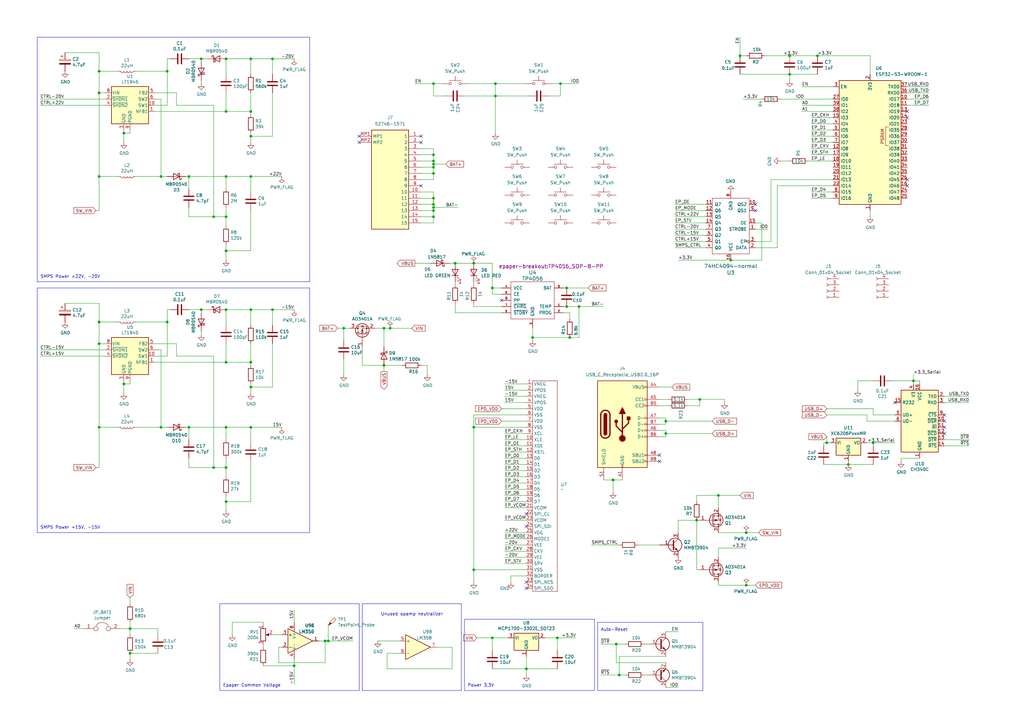
<source format=kicad_sch>
(kicad_sch (version 20231120) (generator "eeschema") (generator_version "8.0")
  (paper "A3")
  (junction (at 177.8 85.09))
  (junction (at 203.2 34.29))
  (junction (at 177.8 83.82))
  (junction (at 102.87 55.88))
  (junction (at 92.71 175.26))
  (junction (at 157.48 149.86))
  (junction (at 203.2 39.37))
  (junction (at 77.47 72.39))
  (junction (at 92.71 205.74))
  (junction (at 177.8 68.58))
  (junction (at 194.31 233.68))
  (junction (at 111.76 127))
  (junction (at 120.65 273.05))
  (junction (at 82.55 127))
  (junction (at 92.71 127))
  (junction (at 335.28 22.86))
  (junction (at 102.87 175.26))
  (junction (at 201.93 261.62))
  (junction (at 347.98 190.5))
  (junction (at 229.87 34.29))
  (junction (at 323.85 30.48))
  (junction (at 68.58 29.21))
  (junction (at 228.6 261.62))
  (junction (at 232.41 118.11))
  (junction (at 232.41 125.73))
  (junction (at 50.8 157.48))
  (junction (at 287.02 163.83))
  (junction (at 53.34 257.81))
  (junction (at 111.76 24.13))
  (junction (at 177.8 63.5))
  (junction (at 358.14 181.61))
  (junction (at 251.46 196.85))
  (junction (at 215.9 274.32))
  (junction (at 66.04 72.39))
  (junction (at 254 276.86))
  (junction (at 102.87 72.39))
  (junction (at 140.97 134.62))
  (junction (at 92.71 102.87))
  (junction (at 134.62 262.89))
  (junction (at 303.53 22.86))
  (junction (at 218.44 138.43))
  (junction (at 201.93 118.11))
  (junction (at 194.31 175.26))
  (junction (at 92.71 45.72))
  (junction (at 92.71 24.13))
  (junction (at 102.87 148.59))
  (junction (at 92.71 148.59))
  (junction (at 273.05 177.8))
  (junction (at 40.64 38.1))
  (junction (at 40.64 29.21))
  (junction (at 306.07 218.44))
  (junction (at 133.35 262.89))
  (junction (at 92.71 191.77))
  (junction (at 306.07 240.03))
  (junction (at 50.8 54.61))
  (junction (at 273.05 172.72))
  (junction (at 40.64 132.08))
  (junction (at 177.8 81.28))
  (junction (at 77.47 175.26))
  (junction (at 177.8 86.36))
  (junction (at 177.8 71.12))
  (junction (at 87.63 191.77))
  (junction (at 40.64 175.26))
  (junction (at 102.87 127))
  (junction (at 102.87 45.72))
  (junction (at 40.64 140.97))
  (junction (at 102.87 158.75))
  (junction (at 299.72 106.68))
  (junction (at 68.58 132.08))
  (junction (at 66.04 175.26))
  (junction (at 40.64 72.39))
  (junction (at 194.31 107.95))
  (junction (at 92.71 72.39))
  (junction (at 186.69 107.95))
  (junction (at 339.09 181.61))
  (junction (at 92.71 88.9))
  (junction (at 233.68 138.43))
  (junction (at 177.8 66.04))
  (junction (at 157.48 134.62))
  (junction (at 237.49 125.73))
  (junction (at 160.02 134.62))
  (junction (at 285.75 213.36))
  (junction (at 294.64 203.2))
  (junction (at 53.34 267.97))
  (junction (at 102.87 24.13))
  (junction (at 177.8 34.29))
  (junction (at 87.63 88.9))
  (junction (at 177.8 67.31))
  (junction (at 323.85 22.86))
  (junction (at 177.8 88.9))
  (junction (at 82.55 24.13))
  (junction (at 374.65 156.21))
  (junction (at 252.73 264.16))
  (no_connect (at 172.72 55.88))
  (no_connect (at 387.35 177.8))
  (no_connect (at 215.9 241.3))
  (no_connect (at 147.32 55.88))
  (no_connect (at 387.35 172.72))
  (no_connect (at 372.11 45.72))
  (no_connect (at 270.51 189.23))
  (no_connect (at 215.9 215.9))
  (no_connect (at 387.35 170.18))
  (no_connect (at 172.72 76.2))
  (no_connect (at 372.11 73.66))
  (no_connect (at 309.88 86.36))
  (no_connect (at 309.88 83.82))
  (no_connect (at 387.35 175.26))
  (no_connect (at 205.74 123.19))
  (no_connect (at 372.11 48.26))
  (no_connect (at 372.11 76.2))
  (no_connect (at 215.9 210.82))
  (no_connect (at 215.9 238.76))
  (no_connect (at 147.32 58.42))
  (no_connect (at 367.03 165.1))
  (no_connect (at 270.51 186.69))
  (no_connect (at 172.72 58.42))
  (wire (pts (xy 215.9 203.2) (xy 207.01 203.2)))
  (wire (pts (xy 208.28 261.62) (xy 201.93 261.62)))
  (wire (pts (xy 215.9 165.1) (xy 207.01 165.1)))
  (wire (pts (xy 294.64 240.03) (xy 294.64 238.76)))
  (wire (pts (xy 102.87 175.26) (xy 92.71 175.26)))
  (wire (pts (xy 306.07 224.79) (xy 294.64 224.79)))
  (polyline (pts (xy 90.17 247.65) (xy 90.17 283.21)))
  (wire (pts (xy 215.9 160.02) (xy 207.01 160.02)))
  (wire (pts (xy 111.76 127) (xy 111.76 133.35)))
  (wire (pts (xy 337.82 181.61) (xy 337.82 182.88)))
  (wire (pts (xy 50.8 157.48) (xy 50.8 161.29)))
  (wire (pts (xy 102.87 72.39) (xy 102.87 78.74)))
  (wire (pts (xy 92.71 88.9) (xy 92.71 92.71)))
  (wire (pts (xy 82.55 25.4) (xy 82.55 24.13)))
  (wire (pts (xy 177.8 83.82) (xy 172.72 83.82)))
  (wire (pts (xy 252.73 271.78) (xy 252.73 264.16)))
  (wire (pts (xy 53.34 53.34) (xy 53.34 54.61)))
  (wire (pts (xy 140.97 134.62) (xy 143.51 134.62)))
  (wire (pts (xy 82.55 128.27) (xy 82.55 127)))
  (wire (pts (xy 177.8 88.9) (xy 172.72 88.9)))
  (polyline (pts (xy 190.5 283.21) (xy 190.5 254)))
  (wire (pts (xy 92.71 187.96) (xy 92.71 191.77)))
  (wire (pts (xy 177.8 67.31) (xy 177.8 66.04)))
  (wire (pts (xy 276.86 101.6) (xy 289.56 101.6)))
  (wire (pts (xy 157.48 149.86) (xy 157.48 152.4)))
  (wire (pts (xy 215.9 198.12) (xy 207.01 198.12)))
  (wire (pts (xy 207.01 205.74) (xy 215.9 205.74)))
  (wire (pts (xy 281.94 163.83) (xy 287.02 163.83)))
  (wire (pts (xy 207.01 220.98) (xy 215.9 220.98)))
  (wire (pts (xy 40.64 29.21) (xy 40.64 38.1)))
  (wire (pts (xy 318.77 76.2) (xy 341.63 76.2)))
  (wire (pts (xy 40.64 38.1) (xy 43.18 38.1)))
  (wire (pts (xy 115.57 175.26) (xy 102.87 175.26)))
  (wire (pts (xy 55.88 132.08) (xy 68.58 132.08)))
  (wire (pts (xy 306.07 218.44) (xy 311.15 218.44)))
  (wire (pts (xy 63.5 143.51) (xy 66.04 143.51)))
  (wire (pts (xy 215.9 177.8) (xy 207.01 177.8)))
  (wire (pts (xy 309.88 93.98) (xy 314.96 93.98)))
  (wire (pts (xy 297.18 163.83) (xy 287.02 163.83)))
  (polyline (pts (xy 245.11 283.21) (xy 288.29 283.21)))
  (wire (pts (xy 87.63 191.77) (xy 92.71 191.77)))
  (wire (pts (xy 175.26 149.86) (xy 175.26 153.67)))
  (polyline (pts (xy 288.29 283.21) (xy 288.29 255.27)))
  (wire (pts (xy 201.93 261.62) (xy 195.58 261.62)))
  (wire (pts (xy 48.26 29.21) (xy 40.64 29.21)))
  (wire (pts (xy 254 276.86) (xy 256.54 276.86)))
  (wire (pts (xy 177.7878 83.9054) (xy 177.7878 81.3654)))
  (wire (pts (xy 278.13 259.08) (xy 273.05 259.08)))
  (wire (pts (xy 53.34 257.81) (xy 53.34 260.35)))
  (wire (pts (xy 367.03 181.61) (xy 358.14 181.61)))
  (wire (pts (xy 251.46 201.93) (xy 251.46 196.85)))
  (wire (pts (xy 215.9 193.04) (xy 207.01 193.04)))
  (wire (pts (xy 50.8 53.34) (xy 50.8 54.61)))
  (wire (pts (xy 320.04 40.64) (xy 341.63 40.64)))
  (wire (pts (xy 287.02 213.36) (xy 285.75 213.36)))
  (wire (pts (xy 276.86 99.06) (xy 289.56 99.06)))
  (wire (pts (xy 273.05 179.07) (xy 270.51 179.07)))
  (wire (pts (xy 102.87 189.23) (xy 102.87 205.74)))
  (wire (pts (xy 148.59 142.24) (xy 148.59 149.86)))
  (wire (pts (xy 209.55 236.22) (xy 209.55 238.76)))
  (wire (pts (xy 254 269.24) (xy 254 276.86)))
  (wire (pts (xy 77.47 85.09) (xy 77.47 88.9)))
  (wire (pts (xy 95.25 255.27) (xy 95.25 260.35)))
  (wire (pts (xy 72.39 43.18) (xy 72.39 38.1)))
  (wire (pts (xy 177.8 91.44) (xy 177.8 88.9)))
  (wire (pts (xy 85.09 127) (xy 82.55 127)))
  (wire (pts (xy 39.37 86.36) (xy 40.64 86.36)))
  (wire (pts (xy 194.31 170.18) (xy 215.9 170.18)))
  (wire (pts (xy 339.09 181.61) (xy 340.36 181.61)))
  (wire (pts (xy 102.87 148.59) (xy 102.87 149.86)))
  (wire (pts (xy 177.8 85.09) (xy 177.8 83.82)))
  (wire (pts (xy 246.38 276.86) (xy 254 276.86)))
  (wire (pts (xy 270.51 171.45) (xy 273.05 171.45)))
  (wire (pts (xy 252.73 264.16) (xy 246.38 264.16)))
  (wire (pts (xy 341.63 55.88) (xy 332.74 55.88)))
  (wire (pts (xy 102.87 127) (xy 102.87 133.35)))
  (wire (pts (xy 68.58 29.21) (xy 68.58 43.18)))
  (wire (pts (xy 232.41 118.11) (xy 241.3 118.11)))
  (wire (pts (xy 172.72 60.96) (xy 177.8 60.96)))
  (wire (pts (xy 369.57 187.96) (xy 369.57 189.23)))
  (wire (pts (xy 177.8 78.74) (xy 177.8 81.28)))
  (wire (pts (xy 328.93 45.72) (xy 341.63 45.72)))
  (wire (pts (xy 138.43 134.62) (xy 140.97 134.62)))
  (wire (pts (xy 39.37 191.77) (xy 40.64 191.77)))
  (wire (pts (xy 102.87 158.75) (xy 102.87 161.29)))
  (wire (pts (xy 242.57 223.52) (xy 254 223.52)))
  (wire (pts (xy 102.87 102.87) (xy 92.71 102.87)))
  (wire (pts (xy 304.8 40.64) (xy 312.42 40.64)))
  (wire (pts (xy 77.47 88.9) (xy 87.63 88.9)))
  (wire (pts (xy 186.69 124.46) (xy 186.69 128.27)))
  (wire (pts (xy 358.14 167.64) (xy 358.14 170.18)))
  (wire (pts (xy 111.76 260.35) (xy 115.57 260.35)))
  (wire (pts (xy 92.71 148.59) (xy 102.87 148.59)))
  (wire (pts (xy 92.71 85.09) (xy 92.71 88.9)))
  (wire (pts (xy 355.6 172.72) (xy 367.03 172.72)))
  (wire (pts (xy 207.01 190.5) (xy 215.9 190.5)))
  (wire (pts (xy 313.69 22.86) (xy 323.85 22.86)))
  (wire (pts (xy 144.78 262.89) (xy 134.62 262.89)))
  (wire (pts (xy 228.6 261.62) (xy 236.22 261.62)))
  (wire (pts (xy 251.46 196.85) (xy 255.27 196.85)))
  (polyline (pts (xy 15.24 218.44) (xy 15.24 118.11)))
  (wire (pts (xy 215.9 175.26) (xy 194.31 175.26)))
  (wire (pts (xy 102.87 24.13) (xy 92.71 24.13)))
  (wire (pts (xy 92.71 38.1) (xy 92.71 45.72)))
  (wire (pts (xy 339.09 167.64) (xy 358.14 167.64)))
  (wire (pts (xy 316.23 99.06) (xy 316.23 73.66)))
  (wire (pts (xy 40.64 124.46) (xy 40.64 132.08)))
  (polyline (pts (xy 288.29 255.27) (xy 245.11 255.27)))
  (wire (pts (xy 102.87 158.75) (xy 102.87 157.48)))
  (wire (pts (xy 341.63 63.5) (xy 332.74 63.5)))
  (wire (pts (xy 53.34 245.11) (xy 53.34 247.65)))
  (wire (pts (xy 294.64 203.2) (xy 294.64 208.28)))
  (wire (pts (xy 77.47 24.13) (xy 82.55 24.13)))
  (wire (pts (xy 316.23 73.66) (xy 341.63 73.66)))
  (wire (pts (xy 273.05 172.72) (xy 273.05 173.99)))
  (wire (pts (xy 287.02 166.37) (xy 281.94 166.37)))
  (wire (pts (xy 273.05 269.24) (xy 254 269.24)))
  (wire (pts (xy 273.05 177.8) (xy 273.05 179.07)))
  (wire (pts (xy 273.05 281.94) (xy 278.13 281.94)))
  (wire (pts (xy 102.87 175.26) (xy 102.87 181.61)))
  (polyline (pts (xy 148.59 247.65) (xy 148.59 283.21)))
  (wire (pts (xy 114.3 271.78) (xy 133.35 271.78)))
  (wire (pts (xy 278.13 213.36) (xy 285.75 213.36)))
  (polyline (pts (xy 148.59 283.21) (xy 189.23 283.21)))
  (wire (pts (xy 102.87 140.97) (xy 102.87 148.59)))
  (wire (pts (xy 207.01 195.58) (xy 215.9 195.58)))
  (wire (pts (xy 205.74 167.64) (xy 215.9 167.64)))
  (wire (pts (xy 201.93 120.65) (xy 205.74 120.65)))
  (wire (pts (xy 303.53 30.48) (xy 323.85 30.48)))
  (wire (pts (xy 140.97 147.32) (xy 140.97 153.67)))
  (wire (pts (xy 312.42 91.44) (xy 312.42 106.68)))
  (wire (pts (xy 194.31 233.68) (xy 194.31 238.76)))
  (wire (pts (xy 68.58 175.26) (xy 66.04 175.26)))
  (wire (pts (xy 299.72 106.68) (xy 278.13 106.68)))
  (polyline (pts (xy 190.5 283.21) (xy 243.84 283.21)))
  (wire (pts (xy 120.65 270.51) (xy 120.65 273.05)))
  (wire (pts (xy 229.87 39.37) (xy 229.87 34.29)))
  (wire (pts (xy 270.51 158.75) (xy 275.59 158.75)))
  (wire (pts (xy 40.64 72.39) (xy 48.26 72.39)))
  (wire (pts (xy 40.64 140.97) (xy 40.64 175.26)))
  (wire (pts (xy 233.68 138.43) (xy 218.44 138.43)))
  (wire (pts (xy 158.75 267.97) (xy 163.83 267.97)))
  (wire (pts (xy 320.04 66.04) (xy 323.85 66.04)))
  (wire (pts (xy 102.87 205.74) (xy 92.71 205.74)))
  (wire (pts (xy 194.31 125.73) (xy 194.31 124.46)))
  (wire (pts (xy 172.72 71.12) (xy 177.8 71.12)))
  (wire (pts (xy 102.87 45.72) (xy 102.87 46.99)))
  (wire (pts (xy 172.72 81.28) (xy 177.8 81.28)))
  (wire (pts (xy 218.44 139.7) (xy 218.44 138.43)))
  (wire (pts (xy 372.11 40.64) (xy 381 40.64)))
  (wire (pts (xy 335.28 22.86) (xy 323.85 22.86)))
  (wire (pts (xy 92.71 140.97) (xy 92.71 148.59)))
  (wire (pts (xy 273.05 171.45) (xy 273.05 172.72)))
  (wire (pts (xy 92.71 203.2) (xy 92.71 205.74)))
  (wire (pts (xy 294.64 224.79) (xy 294.64 228.6)))
  (wire (pts (xy 177.8 81.28) (xy 177.8 83.82)))
  (wire (pts (xy 351.79 156.21) (xy 351.79 160.02)))
  (wire (pts (xy 53.34 157.48) (xy 50.8 157.48)))
  (wire (pts (xy 292.1 177.8) (xy 273.05 177.8)))
  (wire (pts (xy 140.97 139.7) (xy 140.97 134.62)))
  (wire (pts (xy 186.69 107.95) (xy 194.31 107.95)))
  (wire (pts (xy 332.74 60.96) (xy 341.63 60.96)))
  (wire (pts (xy 356.87 86.36) (xy 356.87 88.9)))
  (wire (pts (xy 120.65 24.13) (xy 111.76 24.13)))
  (wire (pts (xy 207.01 226.06) (xy 215.9 226.06)))
  (wire (pts (xy 68.58 43.18) (xy 63.5 43.18)))
  (wire (pts (xy 215.9 269.24) (xy 215.9 274.32)))
  (wire (pts (xy 203.2 39.37) (xy 217.17 39.37)))
  (wire (pts (xy 87.63 88.9) (xy 87.63 43.18)))
  (wire (pts (xy 107.95 256.54) (xy 107.95 255.27)))
  (wire (pts (xy 163.83 262.89) (xy 154.94 262.89)))
  (wire (pts (xy 134.62 262.89) (xy 134.62 256.54)))
  (wire (pts (xy 77.47 72.39) (xy 76.2 72.39)))
  (wire (pts (xy 157.48 134.62) (xy 160.02 134.62)))
  (wire (pts (xy 87.63 43.18) (xy 72.39 43.18)))
  (wire (pts (xy 111.76 55.88) (xy 102.87 55.88)))
  (wire (pts (xy 228.6 261.62) (xy 228.6 266.7)))
  (wire (pts (xy 64.77 267.97) (xy 53.34 267.97)))
  (wire (pts (xy 194.31 233.68) (xy 215.9 233.68)))
  (wire (pts (xy 49.53 257.81) (xy 53.34 257.81)))
  (wire (pts (xy 207.01 182.88) (xy 215.9 182.88)))
  (wire (pts (xy 63.5 45.72) (xy 92.71 45.72)))
  (wire (pts (xy 177.8 68.58) (xy 172.72 68.58)))
  (wire (pts (xy 358.14 181.61) (xy 355.6 181.61)))
  (wire (pts (xy 40.64 38.1) (xy 40.64 72.39)))
  (wire (pts (xy 16.51 146.05) (xy 43.18 146.05)))
  (wire (pts (xy 285.75 213.36) (xy 285.75 233.68)))
  (wire (pts (xy 190.5 39.37) (xy 203.2 39.37)))
  (wire (pts (xy 303.53 203.2) (xy 294.64 203.2)))
  (wire (pts (xy 273.05 176.53) (xy 273.05 177.8)))
  (wire (pts (xy 40.64 21.59) (xy 40.64 29.21)))
  (wire (pts (xy 303.53 22.86) (xy 306.07 22.86)))
  (wire (pts (xy 184.15 107.95) (xy 186.69 107.95)))
  (wire (pts (xy 72.39 146.05) (xy 72.39 140.97)))
  (wire (pts (xy 215.9 274.32) (xy 228.6 274.32)))
  (wire (pts (xy 176.53 107.95) (xy 170.18 107.95)))
  (wire (pts (xy 194.31 175.26) (xy 194.31 170.18)))
  (wire (pts (xy 203.2 34.29) (xy 203.2 39.37)))
  (wire (pts (xy 177.8 86.36) (xy 172.72 86.36)))
  (wire (pts (xy 365.76 156.21) (xy 374.65 156.21)))
  (polyline (pts (xy 90.17 283.21) (xy 147.32 283.21)))
  (wire (pts (xy 63.5 148.59) (xy 92.71 148.59)))
  (wire (pts (xy 85.09 24.13) (xy 82.55 24.13)))
  (polyline (pts (xy 127 15.24) (xy 127 115.57)))
  (wire (pts (xy 77.47 175.26) (xy 77.47 180.34)))
  (wire (pts (xy 66.04 72.39) (xy 55.88 72.39)))
  (wire (pts (xy 53.34 54.61) (xy 50.8 54.61)))
  (wire (pts (xy 40.64 140.97) (xy 43.18 140.97)))
  (wire (pts (xy 68.58 146.05) (xy 63.5 146.05)))
  (wire (pts (xy 237.49 125.73) (xy 247.65 125.73)))
  (wire (pts (xy 102.87 24.13) (xy 102.87 30.48)))
  (wire (pts (xy 309.88 240.03) (xy 306.07 240.03)))
  (polyline (pts (xy 15.24 15.24) (xy 127 15.24)))
  (wire (pts (xy 92.71 45.72) (xy 102.87 45.72)))
  (wire (pts (xy 77.47 72.39) (xy 77.47 77.47)))
  (wire (pts (xy 339.09 181.61) (xy 337.82 181.61)))
  (wire (pts (xy 309.88 99.06) (xy 316.23 99.06)))
  (wire (pts (xy 207.01 228.6) (xy 215.9 228.6)))
  (wire (pts (xy 231.14 125.73) (xy 232.41 125.73)))
  (wire (pts (xy 55.88 29.21) (xy 68.58 29.21)))
  (wire (pts (xy 40.64 124.46) (xy 26.67 124.46)))
  (wire (pts (xy 309.88 91.44) (xy 312.42 91.44)))
  (wire (pts (xy 358.14 170.18) (xy 367.03 170.18)))
  (wire (pts (xy 153.67 134.62) (xy 157.48 134.62)))
  (wire (pts (xy 92.71 205.74) (xy 92.71 209.55)))
  (wire (pts (xy 215.9 218.44) (xy 207.01 218.44)))
  (wire (pts (xy 289.56 88.9) (xy 276.86 88.9)))
  (wire (pts (xy 69.85 24.13) (xy 68.58 24.13)))
  (wire (pts (xy 194.31 175.26) (xy 194.31 233.68)))
  (wire (pts (xy 172.72 149.86) (xy 175.26 149.86)))
  (wire (pts (xy 30.48 257.81) (xy 34.29 257.81)))
  (wire (pts (xy 201.93 261.62) (xy 201.93 266.7)))
  (wire (pts (xy 294.64 218.44) (xy 306.07 218.44)))
  (wire (pts (xy 82.55 33.02) (xy 82.55 34.29)))
  (wire (pts (xy 115.57 265.43) (xy 114.3 265.43)))
  (wire (pts (xy 120.65 127) (xy 111.76 127)))
  (wire (pts (xy 50.8 156.21) (xy 50.8 157.48)))
  (wire (pts (xy 287.02 163.83) (xy 287.02 166.37)))
  (wire (pts (xy 374.65 157.48) (xy 374.65 156.21)))
  (wire (pts (xy 170.18 34.29) (xy 177.8 34.29)))
  (wire (pts (xy 201.93 118.11) (xy 205.74 118.11)))
  (wire (pts (xy 289.56 93.98) (xy 276.86 93.98)))
  (wire (pts (xy 107.95 273.05) (xy 120.65 273.05)))
  (wire (pts (xy 92.71 100.33) (xy 92.71 102.87)))
  (wire (pts (xy 53.34 267.97) (xy 53.34 270.51)))
  (wire (pts (xy 233.68 128.27) (xy 231.14 128.27)))
  (wire (pts (xy 201.93 107.95) (xy 201.93 118.11)))
  (wire (pts (xy 332.74 53.34) (xy 341.63 53.34)))
  (wire (pts (xy 68.58 72.39) (xy 66.04 72.39)))
  (wire (pts (xy 102.87 55.88) (xy 102.87 58.42)))
  (wire (pts (xy 177.8 78.74) (xy 172.72 78.74)))
  (wire (pts (xy 160.02 134.62) (xy 168.91 134.62)))
  (wire (pts (xy 285.75 203.2) (xy 285.75 205.74)))
  (wire (pts (xy 179.07 265.43) (xy 185.42 265.43)))
  (wire (pts (xy 237.49 138.43) (xy 233.68 138.43)))
  (wire (pts (xy 111.76 24.13) (xy 111.76 30.48)))
  (wire (pts (xy 358.14 182.88) (xy 358.14 181.61)))
  (wire (pts (xy 215.9 34.29) (xy 203.2 34.29)))
  (wire (pts (xy 339.09 170.18) (xy 355.6 170.18)))
  (wire (pts (xy 194.31 125.73) (xy 205.74 125.73)))
  (wire (pts (xy 332.74 48.26) (xy 341.63 48.26)))
  (polyline (pts (xy 189.23 247.65) (xy 148.59 247.65)))
  (wire (pts (xy 339.09 179.07) (xy 339.09 181.61)))
  (wire (pts (xy 102.87 38.1) (xy 102.87 45.72)))
  (wire (pts (xy 64.77 257.81) (xy 64.77 260.35)))
  (wire (pts (xy 77.47 72.39) (xy 92.71 72.39)))
  (wire (pts (xy 177.8 71.12) (xy 177.8 68.58)))
  (wire (pts (xy 77.47 175.26) (xy 92.71 175.26)))
  (wire (pts (xy 120.65 250.19) (xy 120.65 255.27)))
  (wire (pts (xy 115.57 72.39) (xy 102.87 72.39)))
  (wire (pts (xy 323.85 30.48) (xy 323.85 33.02)))
  (wire (pts (xy 40.64 132.08) (xy 40.64 140.97)))
  (wire (pts (xy 355.6 170.18) (xy 355.6 172.72)))
  (wire (pts (xy 50.8 54.61) (xy 50.8 58.42)))
  (wire (pts (xy 247.65 196.85) (xy 251.46 196.85)))
  (wire (pts (xy 270.51 176.53) (xy 273.05 176.53)))
  (wire (pts (xy 194.31 107.95) (xy 201.93 107.95)))
  (wire (pts (xy 226.06 34.29) (xy 229.87 34.29)))
  (wire (pts (xy 114.3 265.43) (xy 114.3 271.78)))
  (wire (pts (xy 215.9 236.22) (xy 209.55 236.22)))
  (wire (pts (xy 111.76 38.1) (xy 111.76 55.88)))
  (wire (pts (xy 374.65 156.21) (xy 374.65 153.67)))
  (wire (pts (xy 66.04 40.64) (xy 66.04 72.39)))
  (wire (pts (xy 381 43.18) (xy 372.11 43.18)))
  (wire (pts (xy 77.47 187.96) (xy 77.47 191.77)))
  (wire (pts (xy 185.42 274.32) (xy 158.75 274.32)))
  (wire (pts (xy 40.64 175.26) (xy 48.26 175.26)))
  (wire (pts (xy 332.74 81.28) (xy 341.63 81.28)))
  (wire (pts (xy 102.87 72.39) (xy 92.71 72.39)))
  (wire (pts (xy 358.14 156.21) (xy 351.79 156.21)))
  (wire (pts (xy 207.01 185.42) (xy 215.9 185.42)))
  (wire (pts (xy 177.8 34.29) (xy 181.61 34.29)))
  (wire (pts (xy 377.19 156.21) (xy 377.19 157.48)))
  (wire (pts (xy 68.58 132.08) (xy 68.58 146.05)))
  (wire (pts (xy 133.35 262.89) (xy 130.81 262.89)))
  (wire (pts (xy 53.34 257.81) (xy 53.34 255.27)))
  (wire (pts (xy 69.85 127) (xy 68.58 127)))
  (wire (pts (xy 66.04 143.51) (xy 66.04 175.26)))
  (wire (pts (xy 303.53 22.86) (xy 303.53 15.24)))
  (wire (pts (xy 53.34 156.21) (xy 53.34 157.48)))
  (wire (pts (xy 87.63 191.77) (xy 87.63 146.05)))
  (wire (pts (xy 205.74 172.72) (xy 215.9 172.72)))
  (wire (pts (xy 374.65 156.21) (xy 377.19 156.21)))
  (wire (pts (xy 337.82 190.5) (xy 347.98 190.5)))
  (wire (pts (xy 92.71 180.34) (xy 92.71 175.26)))
  (wire (pts (xy 229.87 34.29) (xy 237.49 34.29)))
  (wire (pts (xy 285.75 203.2) (xy 294.64 203.2)))
  (wire (pts (xy 68.58 24.13) (xy 68.58 29.21)))
  (wire (pts (xy 177.8 60.96) (xy 177.8 63.5)))
  (wire (pts (xy 120.65 273.05) (xy 120.65 280.67)))
  (wire (pts (xy 224.79 39.37) (xy 229.87 39.37)))
  (wire (pts (xy 107.95 255.27) (xy 95.25 255.27)))
  (wire (pts (xy 270.51 166.37) (xy 274.32 166.37)))
  (polyline (pts (xy 189.23 283.21) (xy 189.23 247.65)))
  (polyline (pts (xy 245.11 255.27) (xy 245.11 283.21)))
  (wire (pts (xy 318.77 76.2) (xy 318.77 101.6)))
  (wire (pts (xy 107.95 265.43) (xy 107.95 264.16)))
  (wire (pts (xy 40.64 21.59) (xy 26.67 21.59)))
  (wire (pts (xy 265.43 264.16) (xy 264.16 264.16)))
  (wire (pts (xy 92.71 127) (xy 92.71 133.35)))
  (wire (pts (xy 201.93 274.32) (xy 215.9 274.32)))
  (wire (pts (xy 194.31 115.57) (xy 194.31 116.84)))
  (wire (pts (xy 77.47 191.77) (xy 87.63 191.77)))
  (wire (pts (xy 48.26 132.08) (xy 40.64 132.08)))
  (wire (pts (xy 177.8 66.04) (xy 177.8 63.5)))
  (wire (pts (xy 335.28 30.48) (xy 323.85 30.48)))
  (polyline (pts (xy 147.32 247.65) (xy 147.32 283.21)))
  (wire (pts (xy 218.44 138.43) (xy 218.44 134.62)))
  (wire (pts (xy 172.72 91.44) (xy 177.8 91.44)))
  (wire (pts (xy 201.93 118.11) (xy 201.93 120.65)))
  (polyline (pts (xy 127 115.57) (xy 15.24 115.57)))
  (wire (pts (xy 270.51 173.99) (xy 273.05 173.99)))
  (wire (pts (xy 306.07 240.03) (xy 294.64 240.03)))
  (wire (pts (xy 63.5 140.97) (xy 72.39 140.97)))
  (wire (pts (xy 207.01 208.28) (xy 215.9 208.28)))
  (wire (pts (xy 215.9 180.34) (xy 207.01 180.34)))
  (wire (pts (xy 191.77 34.29) (xy 203.2 34.29)))
  (wire (pts (xy 16.51 43.18) (xy 43.18 43.18)))
  (wire (pts (xy 177.8 88.9) (xy 177.8 86.36)))
  (wire (pts (xy 177.8 66.04) (xy 172.72 66.04)))
  (wire (pts (xy 177.8 85.09) (xy 187.96 85.09)))
  (wire (pts (xy 387.35 162.56) (xy 397.51 162.56)))
  (wire (pts (xy 87.63 146.05) (xy 72.39 146.05)))
  (wire (pts (xy 186.69 128.27) (xy 205.74 128.27)))
  (wire (pts (xy 328.93 35.56) (xy 341.63 35.56)))
  (wire (pts (xy 177.8 68.58) (xy 177.8 67.31)))
  (wire (pts (xy 207.01 200.66) (xy 215.9 200.66)))
  (wire (pts (xy 177.8 63.5) (xy 172.72 63.5)))
  (wire (pts (xy 256.54 264.16) (xy 252.73 264.16)))
  (wire (pts (xy 92.71 77.47) (xy 92.71 72.39)))
  (wire (pts (xy 285.75 233.68) (xy 287.02 233.68)))
  (wire (pts (xy 185.42 265.43) (xy 185.42 274.32)))
  (wire (pts (xy 265.43 276.86) (xy 264.16 276.86)))
  (wire (pts (xy 232.41 125.73) (xy 237.49 125.73)))
  (polyline (pts (xy 15.24 118.11) (xy 127 118.11)))
  (wire (pts (xy 270.51 163.83) (xy 274.32 163.83)))
  (wire (pts (xy 276.86 83.82) (xy 289.56 83.82)))
  (wire (pts (xy 278.13 218.44) (xy 278.13 213.36)))
  (wire (pts (xy 63.5 38.1) (xy 72.39 38.1)))
  (wire (pts (xy 335.28 22.86) (xy 356.87 22.86)))
  (wire (pts (xy 372.11 35.56) (xy 381 35.56)))
  (wire (pts (xy 387.35 165.1) (xy 397.51 165.1)))
  (wire (pts (xy 102.87 55.88) (xy 102.87 54.61)))
  (wire (pts (xy 341.63 43.18) (xy 328.93 43.18)))
  (wire (pts (xy 231.14 118.11) (xy 232.41 118.11)))
  (wire (pts (xy 177.8 73.66) (xy 177.8 71.12)))
  (wire (pts (xy 207.01 157.48) (xy 215.9 157.48)))
  (wire (pts (xy 261.62 223.52) (xy 270.51 223.52)))
  (wire (pts (xy 92.71 24.13) (xy 92.71 30.48)))
  (wire (pts (xy 215.9 231.14) (xy 207.01 231.14)))
  (polyline (pts (xy 15.24 115.57) (xy 15.24 15.24)))
  (wire (pts (xy 40.64 72.39) (xy 40.64 86.36)))
  (wire (pts (xy 381 38.1) (xy 372.11 38.1)))
  (wire (pts (xy 297.18 163.83) (xy 297.18 165.1)))
  (wire (pts (xy 233.68 130.81) (xy 233.68 128.27)))
  (wire (pts (xy 207.01 213.36) (xy 215.9 213.36)))
  (wire (pts (xy 223.52 261.62) (xy 228.6 261.62)))
  (polyline (pts (xy 243.84 283.21) (xy 243.84 254)))
  (wire (pts (xy 182.88 39.37) (xy 177.8 39.37)))
  (wire (pts (xy 177.8 86.36) (xy 177.8 85.09)))
  (wire (pts (xy 299.72 106.68) (xy 312.42 106.68)))
  (wire (pts (xy 16.51 143.51) (xy 43.18 143.51)))
  (wire (pts (xy 111.76 140.97) (xy 111.76 158.75)))
  (wire (pts (xy 215.9 274.32) (xy 215.9 276.86)))
  (wire (pts (xy 92.71 191.77) (xy 92.71 195.58)))
  (wire (pts (xy 292.1 172.72) (xy 273.05 172.72)))
  (wire (pts (xy 102.87 86.36) (xy 102.87 102.87)))
  (wire (pts (xy 53.34 257.81) (xy 64.77 257.81)))
  (wire (pts (xy 158.75 274.32) (xy 158.75 267.97)))
  (polyline (pts (xy 190.5 254) (xy 243.84 254)))
  (wire (pts (xy 68.58 127) (xy 68.58 132.08)))
  (wire (pts (xy 92.71 102.87) (xy 92.71 106.68)))
  (wire (pts (xy 177.8 34.29) (xy 177.8 39.37)))
  (wire (pts (xy 347.98 190.5) (xy 358.14 190.5)))
  (wire (pts (xy 182.88 67.31) (xy 177.8 67.31)))
  (wire (pts (xy 207.01 162.56) (xy 215.9 162.56)))
  (wire (pts (xy 203.2 39.37) (xy 203.2 54.61)))
  (wire (pts (xy 172.72 73.66) (xy 177.8 73.66)))
  (wire (pts (xy 309.88 101.6) (xy 318.77 101.6)))
  (wire (pts (xy 134.62 262.89) (xy 133.35 262.89)))
  (wire (pts (xy 102.87 127) (xy 92.71 127)))
  (wire (pts (xy 111.76 24.13) (xy 102.87 24.13)))
  (wire (pts (xy 215.9 187.96) (xy 207.01 187.96)))
  (wire (pts (xy 237.49 125.73) (xy 237.49 138.43)))
  (wire (pts (xy 289.56 91.44) (xy 276.86 91.44)))
  (wire (pts (xy 111.76 158.75) (xy 102.87 158.75)))
  (wire (pts (xy 387.35 182.88) (xy 397.51 182.88)))
  (wire (pts (xy 289.56 96.52) (xy 276.86 96.52)))
  (wire (pts (xy 77.47 127) (xy 82.55 127)))
  (wire (pts (xy 157.48 149.86) (xy 165.1 149.86)))
  (wire (pts (xy 87.63 88.9) (xy 92.71 88.9)))
  (wire (pts (xy 332.74 58.42) (xy 341.63 58.42)))
  (polyline (pts (xy 127 118.11) (xy 127 218.44)))
  (wire (pts (xy 111.76 127) (xy 102.87 127)))
  (wire (pts (xy 207.01 223.52) (xy 215.9 223.52)))
  (wire (pts (xy 377.19 187.96) (xy 369.57 187.96)))
  (wire (pts (xy 273.05 271.78) (xy 252.73 271.78)))
  (wire (pts (xy 341.63 66.04) (xy 331.47 66.04)))
  (wire (pts (xy 341.63 50.8) (xy 332.74 50.8)))
  (wire (pts (xy 276.86 86.36) (xy 289.56 86.36)))
  (wire (pts (xy 148.59 149.86) (xy 157.48 149.86)))
  (wire (pts (xy 16.51 40.64) (xy 43.18 40.64)))
  (wire (pts (xy 63.5 40.64) (xy 66.04 40.64)))
  (wire (pts (xy 347.98 190.5) (xy 347.98 189.23)))
  (wire (pts (xy 157.48 134.62) (xy 157.48 142.24)))
  (wire (pts (xy 356.87 22.86) (xy 356.87 30.48)))
  (wire (pts (xy 40.64 175.26) (xy 40.64 191.77)))
  (wire (pts (xy 341.63 78.74) (xy 332.74 78.74)))
  (polyline (pts (xy 147.32 247.65) (xy 90.17 247.65)))
  (wire (pts (xy 186.69 115.57) (xy 186.69 116.84)))
  (polyline (pts (xy 127 218.44) (xy 15.24 218.44)))
  (wire (pts (xy 133.35 271.78) (xy 133.35 262.89)))
  (wire (pts (xy 66.04 175.26) (xy 55.88 175.26)))
  (wire (pts (xy 397.51 180.34) (xy 387.35 180.34)))
  (wire (pts (xy 77.47 175.26) (xy 76.2 175.26)))
  (wire (pts (xy 82.55 135.89) (xy 82.55 137.16)))
  (text "SMPS Power +15V, -15V" (at 16.51 217.17 0) (effects (font (size 1.27 1.27)) (justify left bottom)))
  (text "Epaper Common Voltage" (at 91.44 281.94 0) (effects (font (size 1.27 1.27)) (justify left bottom)))
  (text "SMPS Power +22V, -20V" (at 16.51 114.3 0) (effects (font (size 1.27 1.27)) (justify left bottom)))
  (text "Auto-Reset\n" (at 246.38 259.08 0) (effects (font (size 1.27 1.27)) (justify left bottom)))
  (text "Unused opamp neutralizer" (at 156.21 252.73 0) (effects (font (size 1.27 1.27)) (justify left bottom)))
  (text "Power 3.3V" (at 191.77 281.94 0) (effects (font (size 1.27 1.27)) (justify left bottom)))
  (label "IO0" (at 278.13 281.94 180))
  (label "IO0" (at 314.96 93.98 180))
  (label "USB_RXD" (at 397.51 165.1 180))
  (label "EP_CKV" (at 207.01 226.06 0))
  (label "BAT-" (at 187.96 85.09 180))
  (label "SMPS_CTRL" (at 276.86 101.6 0))
  (label "~{RTS}" (at 246.38 276.86 0))
  (label "~{DTR}" (at 246.38 264.16 0))
  (label "EP_CKH" (at 332.74 48.26 0))
  (label "-15V" (at 207.01 162.56 0))
  (label "IO0" (at 237.49 34.29 180))
  (label "IO0" (at 326.39 40.64 0))
  (label "EP_D1" (at 332.74 53.34 0))
  (label "A0" (at 328.93 43.18 0))
  (label "EP_VCOM" (at 144.78 262.89 180))
  (label "EP_D4" (at 207.01 198.12 0))
  (label "15V" (at 120.65 250.19 270))
  (label "EP_D6" (at 381 40.64 180))
  (label "+3.3_Serial" (at 374.65 153.67 0))
  (label "15V" (at 207.01 165.1 0))
  (label "+3.3V" (at 335.28 22.86 0))
  (label "+22V" (at 115.57 72.39 180))
  (label "EP_CKV" (at 332.74 60.96 0))
  (label "+3.3V" (at 304.8 40.64 0))
  (label "EP_D7" (at 207.01 205.74 0))
  (label "EP_D2" (at 332.74 55.88 0))
  (label "BAT-" (at 247.65 125.73 180))
  (label "EP_D0" (at 207.01 187.96 0))
  (label "EP_D3" (at 332.74 58.42 0))
  (label "EP_LE" (at 207.01 180.34 0))
  (label "EP_STH" (at 332.74 63.5 0))
  (label "USB_TXD" (at 381 38.1 180))
  (label "EP_D3" (at 207.01 195.58 0))
  (label "EP_D5" (at 207.01 200.66 0))
  (label "~{DTR}" (at 397.51 180.34 180))
  (label "EP_D4" (at 332.74 78.74 0))
  (label "EP_VCOM" (at 207.01 208.28 0))
  (label "EP_D7" (at 381 43.18 180))
  (label "+3.3V" (at 278.13 106.68 0))
  (label "USB_RXD" (at 381 35.56 180))
  (label "EP_MODE" (at 207.01 220.98 0))
  (label "-20V" (at 207.01 228.6 0))
  (label "15V" (at 207.01 160.02 0))
  (label "EN" (at 328.93 35.56 0))
  (label "A1" (at 328.93 45.72 0))
  (label "CTRL+15V" (at 16.51 146.05 0))
  (label "EP_STV" (at 207.01 231.14 0))
  (label "EP_D1" (at 207.01 190.5 0))
  (label "CTRL+22V" (at 16.51 43.18 0))
  (label "-15V" (at 120.65 280.67 90))
  (label "CTRL-15V" (at 16.51 143.51 0))
  (label "+22V" (at 207.01 218.44 0))
  (label "EN" (at 278.13 259.08 180))
  (label "EP_LE" (at 332.74 66.04 0))
  (label "CTRL-15V" (at 276.86 96.52 0))
  (label "CTRL-20V" (at 276.86 93.98 0))
  (label "CTRL-20V" (at 16.51 40.64 0))
  (label "EP_MODE" (at 276.86 86.36 0))
  (label "EP_STV" (at 276.86 91.44 0))
  (label "EP_OE" (at 276.86 83.82 0))
  (label "+3.3V" (at 321.31 22.86 0))
  (label "15V" (at 115.57 175.26 180))
  (label "-15V" (at 207.01 157.48 0))
  (label "~{RTS}" (at 397.51 182.88 180))
  (label "EP_CKH" (at 207.01 177.8 0))
  (label "EP_D5" (at 332.74 81.28 0))
  (label "+3.3V" (at 306.07 224.79 180))
  (label "CTRL+15V" (at 276.86 99.06 0))
  (label "+3.3V" (at 236.22 261.62 180))
  (label "EN" (at 170.18 34.29 0))
  (label "USB_TXD" (at 397.51 162.56 180))
  (label "EP_VCOM" (at 207.01 213.36 0))
  (label "-15V" (at 120.65 127 180))
  (label "+3.3_Serial" (at 367.03 181.61 180))
  (label "-20V" (at 120.65 24.13 180))
  (label "EP_D2" (at 207.01 193.04 0))
  (label "CTRL+22V" (at 276.86 88.9 0))
  (label "EP_D0" (at 332.74 50.8 0))
  (label "EN" (at 303.53 15.24 270))
  (label "EP_OE" (at 207.01 182.88 0))
  (label "A0" (at 30.48 257.81 0))
  (label "EP_STH" (at 207.01 185.42 0))
  (label "-20V" (at 207.01 223.52 0))
  (label "EP_D6" (at 207.01 203.2 0))
  (label "SMPS_CTRL" (at 242.57 223.52 0))
  (global_label "EPD_VDD" (shape input) (at 205.74 167.64 180) (property "Intersheetrefs" "${INTERSHEET_REFS}" (effects (hide yes))))
  (global_label "USB_D+" (shape input) (at 292.1 177.8 0) (property "Intersheetrefs" "${INTERSHEET_REFS}" (effects (hide yes))))
  (global_label "VBUS" (shape output) (at 170.18 107.95 180) (property "Intersheetrefs" "${INTERSHEET_REFS}" (effects (hide yes))))
  (global_label "SW_VIN" (shape input) (at 39.37 86.36 180) (property "Intersheetrefs" "${INTERSHEET_REFS}" (effects (hide yes))))
  (global_label "USB_D+" (shape input) (at 339.09 167.64 180) (property "Intersheetrefs" "${INTERSHEET_REFS}" (effects (hide yes))))
  (global_label "USB_D-" (shape input) (at 339.09 170.18 180) (property "Intersheetrefs" "${INTERSHEET_REFS}" (effects (hide yes))))
  (global_label "VBUS" (shape output) (at 157.48 152.4 270) (property "Intersheetrefs" "${INTERSHEET_REFS}" (effects (hide yes))))
  (global_label "VIN" (shape input) (at 53.34 245.11 90) (property "Intersheetrefs" "${INTERSHEET_REFS}" (effects (hide yes))))
  (global_label "VBUS" (shape input) (at 275.59 158.75 0) (property "Intersheetrefs" "${INTERSHEET_REFS}" (effects (hide yes))))
  (global_label "VIN" (shape input) (at 168.91 134.62 0) (property "Intersheetrefs" "${INTERSHEET_REFS}" (effects (hide yes))))
  (global_label "VIN" (shape input) (at 195.58 261.62 180) (property "Intersheetrefs" "${INTERSHEET_REFS}" (effects (hide yes))))
  (global_label "BAT+" (shape input) (at 138.43 134.62 180) (property "Intersheetrefs" "${INTERSHEET_REFS}" (effects (hide yes))))
  (global_label "VIN" (shape input) (at 303.53 203.2 0) (property "Intersheetrefs" "${INTERSHEET_REFS}" (effects (hide yes))))
  (global_label "BAT+" (shape input) (at 182.88 67.31 0) (property "Intersheetrefs" "${INTERSHEET_REFS}" (effects (hide yes))))
  (global_label "EPD_VDD" (shape input) (at 205.74 172.72 180) (property "Intersheetrefs" "${INTERSHEET_REFS}" (effects (hide yes))))
  (global_label "EPD_VDD" (shape input) (at 309.88 240.03 0) (property "Intersheetrefs" "${INTERSHEET_REFS}" (effects (hide yes))))
  (global_label "VBUS" (shape input) (at 339.09 179.07 180) (property "Intersheetrefs" "${INTERSHEET_REFS}" (effects (hide yes))))
  (global_label "SW_VIN" (shape input) (at 311.15 218.44 0) (property "Intersheetrefs" "${INTERSHEET_REFS}" (effects (hide yes))))
  (global_label "USB_D-" (shape input) (at 292.1 172.72 0) (property "Intersheetrefs" "${INTERSHEET_REFS}" (effects (hide yes))))
  (global_label "SW_VIN" (shape input) (at 39.37 191.77 180) (property "Intersheetrefs" "${INTERSHEET_REFS}" (effects (hide yes))))
  (global_label "BAT+" (shape input) (at 241.3 118.11 0) (property "Intersheetrefs" "${INTERSHEET_REFS}" (effects (hide yes))))
  (symbol (lib_id "Connector:Conn_01x04_Socket") (at 339.09 119.38 180) (unit 1)
    (property "Reference" "J3" (at 339.725 109.22 0))
    (property "Value" "Conn_01x04_Socket" (at 339.725 111.76 0))
    (property "Footprint" "CustomParts:5051100492" (effects (hide yes)))
    (property "Description" "Generic connector, single row, 01x04, script generated" (effects (hide yes)))
  )
  (symbol (lib_id "Device:C") (at 303.53 26.67 0) (mirror y) (unit 1)
    (property "Reference" "C5" (at 297.18 25.4 0) (effects (justify right)))
    (property "Value" "0.1uF" (at 295.91 27.94 0) (effects (justify right)))
    (property "Footprint" "Capacitor_SMD:C_0603_1608Metric" (effects (hide yes)))
    (property "LCSC" "C1588" (effects (hide yes)))
  )
  (symbol (lib_id "Device:R") (at 53.34 251.46 0) (unit 1)
    (property "Reference" "R10" (at 55.118 250.2916 0) (effects (justify left)))
    (property "Value" "680k" (at 55.118 252.603 0) (effects (justify left)))
    (property "Footprint" "Resistor_SMD:R_0805_2012Metric" (effects (hide yes)))
    (property "LCSC" " C17797" (effects (hide yes)))
  )
  (symbol (lib_id "Device:C") (at 337.82 186.69 0) (unit 1)
    (property "Reference" "C22" (at 334.899 187.8584 0) (effects (justify right)))
    (property "Value" "1uF" (at 334.899 185.547 0) (effects (justify right)))
    (property "Footprint" "Capacitor_SMD:C_0603_1608Metric" (effects (hide yes)))
    (property "LCSC" "C15849" (effects (hide yes)))
  )
  (symbol (lib_id "epaper-breakout-rescue:R_POT-Device") (at 107.95 260.35 0) (unit 1)
    (property "Reference" "RV1" (at 106.1974 259.1816 0) (effects (justify right)))
    (property "Value" "200k" (at 106.1974 261.493 0) (effects (justify right)))
    (property "Footprint" "epaper-breakout:EVM3ESX50B25" (effects (hide yes)))
    (property "Datasheet" "https://lcsc.com/product-detail/Variable-Resistors_PANASONIC-EVM3ESX50B25_C11958.html" (effects (hide yes)))
    (property "LCSC" "C11958" (effects (hide yes)))
  )
  (symbol (lib_id "Diode:MBR0540") (at 72.39 175.26 180) (unit 1)
    (property "Reference" "D10" (at 72.39 180.7464 0))
    (property "Value" "MBR0540" (at 72.39 178.435 0))
    (property "Footprint" "Diode_SMD:D_SOD-123" (effects (hide yes)))
    (property "Datasheet" "http://www.mccsemi.com/up_pdf/MBR0520~MBR0580(SOD123).pdf" (effects (hide yes)))
    (property "LCSC" "C21353" (effects (hide yes)))
  )
  (symbol (lib_id "power:GND") (at 154.94 262.89 0) (unit 1)
    (property "Reference" "#PWR025" (effects (hide yes)))
    (property "Value" "GND" (at 155.067 267.2842 0))
  )
  (symbol (lib_id "power:GND") (at 26.67 29.21 0) (unit 1)
    (property "Reference" "#PWR02" (effects (hide yes)))
    (property "Value" "GND" (at 26.797 33.6042 0))
  )
  (symbol (lib_id "Device:C") (at 73.66 127 270) (unit 1)
    (property "Reference" "C11" (at 73.66 120.5992 90))
    (property "Value" "0.1uF" (at 73.66 122.9106 90))
    (property "Footprint" "Capacitor_SMD:C_0603_1608Metric" (effects (hide yes)))
    (property "LCSC" "C14663" (effects (hide yes)))
  )
  (symbol (lib_id "Device:L") (at 52.07 132.08 270) (unit 1)
    (property "Reference" "L3" (at 52.07 127.4826 90))
    (property "Value" "22uH" (at 52.07 129.794 90))
    (property "Footprint" "Inductor_SMD:L_6.3x6.3_H3" (effects (hide yes)))
    (property "LCSC" " C206321" (effects (hide yes)))
  )
  (symbol (lib_id "Device:C") (at 361.95 156.21 270) (unit 1)
    (property "Reference" "C21" (at 361.95 162.6108 90))
    (property "Value" "0.1uF" (at 361.95 160.2994 90))
    (property "Footprint" "Capacitor_SMD:C_0603_1608Metric" (effects (hide yes)))
    (property "LCSC" "C14663" (effects (hide yes)))
  )
  (symbol (lib_id "Switch:SW_Push") (at 220.98 34.29 0) (unit 1)
    (property "Reference" "SW1" (at 220.98 26.67 0))
    (property "Value" "SW_Push" (at 220.98 29.21 0))
    (property "Footprint" "Button_Switch_THT:SW_PUSH_6mm" (effects (hide yes)))
    (property "Description" "Push button switch, generic, two pins" (effects (hide yes)))
  )
  (symbol (lib_id "Amplifier_Operational:LM358") (at 171.45 265.43 0) (unit 2)
    (property "Reference" "U9" (at 175.26 259.08 0))
    (property "Value" "LM358" (at 173.99 261.62 0))
    (property "Footprint" "Package_SO:SOP-8_3.76x4.96mm_P1.27mm" (effects (hide yes)))
    (property "Datasheet" "http://www.ti.com/lit/ds/symlink/lm2904-n.pdf" (effects (hide yes)))
  )
  (symbol (lib_id "Transistor_FET:AO3401A") (at 292.1 233.68 0) (mirror x) (unit 1)
    (property "Reference" "Q3" (at 297.307 234.8484 0) (effects (justify left)))
    (property "Value" "AO3401A" (at 297.307 232.537 0) (effects (justify left)))
    (property "Footprint" "Package_TO_SOT_SMD:SOT-23" (effects (hide yes)))
    (property "Datasheet" "http://www.aosmd.com/pdfs/datasheet/AO3401A.pdf" (effects (hide yes)))
    (property "LCSC" " C15127" (effects (hide yes)))
  )
  (symbol (lib_id "Regulator_Linear:XC6206PxxxMR") (at 347.98 181.61 0) (unit 1)
    (property "Reference" "U11" (at 347.98 175.4632 0))
    (property "Value" "XC6206PxxxMR" (at 347.98 177.7746 0))
    (property "Footprint" "Package_TO_SOT_SMD:SOT-23" (effects (hide yes)))
    (property "Datasheet" "https://www.torexsemi.com/file/xc6206/XC6206.pdf" (effects (hide yes)))
    (property "LCSC" " C5446" (effects (hide yes)))
  )
  (symbol (lib_id "Transistor_FET:AO3401A") (at 292.1 213.36 0) (mirror x) (unit 1)
    (property "Reference" "Q1" (at 297.307 214.5284 0) (effects (justify left)))
    (property "Value" "AO3401A" (at 297.307 212.217 0) (effects (justify left)))
    (property "Footprint" "Package_TO_SOT_SMD:SOT-23" (effects (hide yes)))
    (property "Datasheet" "http://www.aosmd.com/pdfs/datasheet/AO3401A.pdf" (effects (hide yes)))
    (property "LCSC" " C15127" (effects (hide yes)))
  )
  (symbol (lib_id "power:GND") (at 218.44 139.7 0) (unit 1)
    (property "Reference" "#PWR016" (effects (hide yes)))
    (property "Value" "GND" (at 218.567 144.0942 0))
  )
  (symbol (lib_id "Device:R") (at 92.71 81.28 0) (unit 1)
    (property "Reference" "R6" (at 94.488 80.1116 0) (effects (justify left)))
    (property "Value" "2M" (at 94.488 82.423 0) (effects (justify left)))
    (property "Footprint" "Resistor_SMD:R_0805_2012Metric" (effects (hide yes)))
    (property "LCSC" "C26112" (effects (hide yes)))
  )
  (symbol (lib_id "Diode:1N5817") (at 180.34 107.95 180) (unit 1)
    (property "Reference" "D4" (at 179.07 102.87 0) (effects (justify left)))
    (property "Value" "1N5817" (at 182.88 105.41 0) (effects (justify left)))
    (property "Footprint" "Diode_SMD:D_SOD-123" (effects (hide yes)))
    (property "Datasheet" "http://www.vishay.com/docs/88525/1n5817.pdf" (effects (hide yes)))
    (property "LCSC" " C8598" (effects (hide yes)))
  )
  (symbol (lib_id "Regulator_Switching:LT1945") (at 53.34 148.59 0) (unit 1)
    (property "Reference" "U5" (at 53.34 134.1882 0))
    (property "Value" "LT1945" (at 53.34 136.4996 0))
    (property "Footprint" "Package_SO:MSOP-10_3x3mm_P0.5mm" (effects (hide yes)))
    (property "Datasheet" "https://www.analog.com/media/en/technical-documentation/data-sheets/1945fa.pdf" (effects (hide yes)))
  )
  (symbol (lib_id "power:PWR_FLAG") (at 115.57 175.26 180) (unit 1)
    (property "Reference" "#FLG08" (effects (hide yes)))
    (property "Value" "PWR_FLAG" (at 115.57 179.6542 0))
  )
  (symbol (lib_id "Connector:TestPoint_Probe") (at 134.62 256.54 0) (unit 1)
    (property "Reference" "TP1" (at 138.5062 253.9746 0) (effects (justify left)))
    (property "Value" "TestPoint_Probe" (at 138.5062 256.286 0) (effects (justify left)))
    (property "Footprint" "TestPoint:TestPoint_Pad_D1.0mm" (effects (hide yes)))
  )
  (symbol (lib_id "power:GND") (at 140.97 153.67 0) (unit 1)
    (property "Reference" "#PWR017" (effects (hide yes)))
    (property "Value" "GND" (at 141.097 158.0642 0))
  )
  (symbol (lib_id "Device:R") (at 260.35 264.16 270) (unit 1)
    (property "Reference" "R20" (at 259.08 266.7 90) (effects (justify left)))
    (property "Value" "10k" (at 259.08 261.62 90) (effects (justify left)))
    (property "Footprint" "Resistor_SMD:R_0805_2012Metric" (effects (hide yes)))
    (property "LCSC" "C17414" (effects (hide yes)))
  )
  (symbol (lib_id "power:GND") (at 194.31 238.76 0) (unit 1)
    (property "Reference" "#PWR022" (effects (hide yes)))
    (property "Value" "GND" (at 194.437 243.1542 0))
  )
  (symbol (lib_id "Device:R") (at 278.13 163.83 270) (unit 1)
    (property "Reference" "R24" (effects (hide yes)))
    (property "Value" "5.1k" (at 276.098 163.83 90) (effects (justify left)))
    (property "Footprint" "Resistor_SMD:R_0805_2012Metric" (effects (hide yes)))
    (property "LCSC" "C17414" (effects (hide yes)))
  )
  (symbol (lib_id "power:GND") (at 50.8 161.29 0) (unit 1)
    (property "Reference" "#PWR019" (effects (hide yes)))
    (property "Value" "GND" (at 50.927 165.6842 0))
  )
  (symbol (lib_id "Transistor_BJT:MMBT3904") (at 270.51 264.16 0) (unit 1)
    (property "Reference" "Q5" (at 275.3614 262.9916 0) (effects (justify left)))
    (property "Value" "MMBT3904" (at 275.3614 265.303 0) (effects (justify left)))
    (property "Footprint" "Package_TO_SOT_SMD:SOT-23" (effects (hide yes)))
    (property "Datasheet" "https://www.onsemi.com/pub/Collateral/2N3903-D.PDF" (effects (hide yes)))
    (property "LCSC" "C20526" (effects (hide yes)))
  )
  (symbol (lib_id "Switch:SW_Push") (at 247.65 68.58 0) (unit 1)
    (property "Reference" "SW5" (at 247.65 60.96 0))
    (property "Value" "SW_Push" (at 247.65 63.5 0))
    (property "Footprint" "Button_Switch_SMD:SW_SPST_SKQG_WithStem" (effects (hide yes)))
    (property "Description" "Push button switch, generic, two pins" (effects (hide yes)))
  )
  (symbol (lib_id "Device:R") (at 53.34 264.16 0) (unit 1)
    (property "Reference" "R13" (at 55.118 262.9916 0) (effects (justify left)))
    (property "Value" "150k" (at 55.118 265.303 0) (effects (justify left)))
    (property "Footprint" "Resistor_SMD:R_0805_2012Metric" (effects (hide yes)))
    (property "LCSC" " C17470" (effects (hide yes)))
  )
  (symbol (lib_id "power:GND") (at 53.34 270.51 0) (unit 1)
    (property "Reference" "#PWR014" (effects (hide yes)))
    (property "Value" "GND" (at 53.467 274.9042 0))
  )
  (symbol (lib_name "LM358_2") (lib_id "Amplifier_Operational:LM358") (at 123.19 262.89 0) (unit 3)
    (property "Reference" "U9" (at 127 256.54 0))
    (property "Value" "LM358" (at 125.73 259.08 0))
    (property "Footprint" "Package_SO:SOP-8_3.76x4.96mm_P1.27mm" (effects (hide yes)))
    (property "Datasheet" "http://www.ti.com/lit/ds/symlink/lm2904-n.pdf" (effects (hide yes)))
  )
  (symbol (lib_id "Device:LED") (at 194.31 111.76 90) (unit 1)
    (property "Reference" "D6" (at 197.3072 110.7694 90) (effects (justify right)))
    (property "Value" "LED RED" (at 197.3072 113.0808 90) (effects (justify right)))
    (property "Footprint" "LED_SMD:LED_0805_2012Metric" (effects (hide yes)))
    (property "LCSC" " C84256" (effects (hide yes)))
  )
  (symbol (lib_id "power:PWR_FLAG") (at 120.65 127 180) (unit 1)
    (property "Reference" "#FLG06" (effects (hide yes)))
    (property "Value" "PWR_FLAG" (at 120.65 131.3942 0))
  )
  (symbol (lib_id "Device:R") (at 102.87 34.29 0) (unit 1)
    (property "Reference" "R1" (at 104.648 33.1216 0) (effects (justify left)))
    (property "Value" "560k" (at 104.648 35.433 0) (effects (justify left)))
    (property "Footprint" "Resistor_SMD:R_0805_2012Metric" (effects (hide yes)))
    (property "LCSC" "C15785" (effects (hide yes)))
  )
  (symbol (lib_id "Device:R") (at 257.81 223.52 270) (unit 1)
    (property "Reference" "R9" (at 258.9784 225.298 0) (effects (justify left)))
    (property "Value" "1k" (at 256.667 225.298 0) (effects (justify left)))
    (property "Footprint" "Resistor_SMD:R_0805_2012Metric" (effects (hide yes)))
    (property "LCSC" "C17513" (effects (hide yes)))
  )
  (symbol (lib_id "Diode:MBR0540") (at 72.39 72.39 180) (unit 1)
    (property "Reference" "D3" (at 72.39 77.8764 0))
    (property "Value" "MBR0540" (at 72.39 75.565 0))
    (property "Footprint" "Diode_SMD:D_SOD-123" (effects (hide yes)))
    (property "Datasheet" "http://www.mccsemi.com/up_pdf/MBR0520~MBR0580(SOD123).pdf" (effects (hide yes)))
    (property "LCSC" "C21353" (effects (hide yes)))
  )
  (symbol (lib_id "Switch:SW_Push") (at 212.09 91.44 0) (unit 1)
    (property "Reference" "SW9" (at 212.09 83.82 0))
    (property "Value" "SW_Push" (at 212.09 86.36 0))
    (property "Footprint" "Button_Switch_SMD:SW_SPST_SKQG_WithStem" (effects (hide yes)))
    (property "Description" "Push button switch, generic, two pins" (effects (hide yes)))
  )
  (symbol (lib_id "power:GND") (at 356.87 88.9 0) (unit 1)
    (property "Reference" "#PWR01" (effects (hide yes)))
    (property "Value" "GND" (at 356.997 93.2942 0))
  )
  (symbol (lib_id "Diode:MBR0540") (at 88.9 24.13 0) (unit 1)
    (property "Reference" "D1" (at 88.9 18.6436 0))
    (property "Value" "MBR0540" (at 88.9 20.955 0))
    (property "Footprint" "Diode_SMD:D_SOD-123" (effects (hide yes)))
    (property "Datasheet" "http://www.mccsemi.com/up_pdf/MBR0520~MBR0580(SOD123).pdf" (effects (hide yes)))
    (property "LCSC" "C21353" (effects (hide yes)))
  )
  (symbol (lib_id "Switch:SW_Push") (at 212.09 80.01 0) (unit 1)
    (property "Reference" "SW6" (at 212.09 72.39 0))
    (property "Value" "SW_Push" (at 212.09 74.93 0))
    (property "Footprint" "Button_Switch_SMD:SW_SPST_SKQG_WithStem" (effects (hide yes)))
    (property "Description" "Push button switch, generic, two pins" (effects (hide yes)))
  )
  (symbol (lib_id "Device:C") (at 201.93 270.51 180) (unit 1)
    (property "Reference" "C19" (at 204.851 269.3416 0) (effects (justify right)))
    (property "Value" "10uF" (at 204.851 271.653 0) (effects (justify right)))
    (property "Footprint" "Capacitor_SMD:C_0603_1608Metric" (effects (hide yes)))
    (property "LCSC" "C19702" (effects (hide yes)))
  )
  (symbol (lib_id "power:GND") (at 95.25 260.35 0) (unit 1)
    (property "Reference" "#PWR024" (effects (hide yes)))
    (property "Value" "GND" (at 95.377 264.7442 0))
  )
  (symbol (lib_id "Switch:SW_Push") (at 247.65 80.01 0) (unit 1)
    (property "Reference" "SW8" (at 247.65 72.39 0))
    (property "Value" "SW_Push" (at 247.65 74.93 0))
    (property "Footprint" "Button_Switch_SMD:SW_SPST_SKQG_WithStem" (effects (hide yes)))
    (property "Description" "Push button switch, generic, two pins" (effects (hide yes)))
  )
  (symbol (lib_id "Transistor_BJT:MMBT3904") (at 270.51 276.86 0) (mirror x) (unit 1)
    (property "Reference" "Q6" (at 275.3614 275.6916 0) (effects (justify left)))
    (property "Value" "MMBT3904" (at 275.3614 278.003 0) (effects (justify left)))
    (property "Footprint" "Package_TO_SOT_SMD:SOT-23" (effects (hide yes)))
    (property "Datasheet" "https://www.onsemi.com/pub/Collateral/2N3903-D.PDF" (effects (hide yes)))
    (property "LCSC" "C20526" (effects (hide yes)))
  )
  (symbol (lib_id "power:GND") (at 320.04 66.04 270) (unit 1)
    (property "Reference" "#PWR09" (effects (hide yes)))
    (property "Value" "GND" (at 315.6458 66.167 0))
  )
  (symbol (lib_id "power:GND") (at 215.9 276.86 0) (unit 1)
    (property "Reference" "#PWR026" (effects (hide yes)))
    (property "Value" "GND" (at 216.027 281.2542 0))
  )
  (symbol (lib_id "Diode:1N5817") (at 157.48 146.05 270) (unit 1)
    (property "Reference" "D9" (at 159.512 144.8816 90) (effects (justify left)))
    (property "Value" "1N5817" (at 159.512 147.193 90) (effects (justify left)))
    (property "Footprint" "Diode_SMD:D_SOD-123" (effects (hide yes)))
    (property "Datasheet" "http://www.vishay.com/docs/88525/1n5817.pdf" (effects (hide yes)))
    (property "LCSC" " C8598" (effects (hide yes)))
  )
  (symbol (lib_id "Device:L") (at 52.07 29.21 270) (unit 1)
    (property "Reference" "L1" (at 52.07 24.6126 90))
    (property "Value" "22uH" (at 52.07 26.924 90))
    (property "Footprint" "Inductor_SMD:L_6.3x6.3_H3" (effects (hide yes)))
    (property "LCSC" "  C206321" (effects (hide yes)))
  )
  (symbol (lib_id "Device:R") (at 194.31 120.65 180) (unit 1)
    (property "Reference" "R12" (at 191.77 119.38 90) (effects (justify left)))
    (property "Value" "1k" (at 196.85 119.38 90) (effects (justify left)))
    (property "Footprint" "Resistor_SMD:R_0805_2012Metric" (effects (hide yes)))
    (property "LCSC" " C17513" (effects (hide yes)))
  )
  (symbol (lib_id "Device:C") (at 92.71 137.16 180) (unit 1)
    (property "Reference" "C14" (at 95.631 135.9916 0) (effects (justify right)))
    (property "Value" "100pF" (at 95.631 138.303 0) (effects (justify right)))
    (property "Footprint" "Capacitor_SMD:C_0603_1608Metric" (effects (hide yes)))
    (property "LCSC" "C14858" (effects (hide yes)))
  )
  (symbol (lib_id "Diode:MBR0540") (at 82.55 132.08 90) (unit 1)
    (property "Reference" "D8" (at 77.0636 132.08 0))
    (property "Value" "MBR0540" (at 79.375 132.08 0))
    (property "Footprint" "Diode_SMD:D_SOD-123" (effects (hide yes)))
    (property "Datasheet" "http://www.mccsemi.com/up_pdf/MBR0520~MBR0580(SOD123).pdf" (effects (hide yes)))
    (property "LCSC" "C21353" (effects (hide yes)))
  )
  (symbol (lib_id "power:PWR_FLAG") (at 306.07 218.44 0) (unit 1)
    (property "Reference" "#FLG03" (effects (hide yes)))
    (property "Value" "PWR_FLAG" (at 300.99 220.98 0) (effects (justify left)))
  )
  (symbol (lib_id "epaper-breakout-rescue:CP-Device") (at 26.67 128.27 0) (unit 1)
    (property "Reference" "C12" (at 29.6672 127.1016 0) (effects (justify left)))
    (property "Value" "4.7uF" (at 29.6672 129.413 0) (effects (justify left)))
    (property "Footprint" "Capacitor_SMD:C_0603_1608Metric" (effects (hide yes)))
    (property "LCSC" "C19666" (effects (hide yes)))
  )
  (symbol (lib_id "RF_Module:ESP32-S3-WROOM-1") (at 356.87 58.42 0) (unit 1)
    (property "Reference" "U6" (at 359.0641 27.94 0) (effects (justify left)))
    (property "Value" "ESP32-S3-WROOM-1" (at 359.0641 30.48 0) (effects (justify left)))
    (property "Footprint" "RF_Module:ESP32-S3-WROOM-1" (effects (hide yes)))
    (property "Datasheet" "https://www.espressif.com/sites/default/files/documentation/esp32-s3-wroom-1_wroom-1u_datasheet_en.pdf" (effects (hide yes)))
    (property "Description" "RF Module, ESP32-S3 SoC, Wi-Fi 802.11b/g/n, Bluetooth, BLE, 32-bit, 3.3V, onboard antenna, SMD" (effects (hide yes)))
  )
  (symbol (lib_id "Device:R") (at 168.91 149.86 270) (unit 1)
    (property "Reference" "R16" (at 167.64 152.4 90) (effects (justify left)))
    (property "Value" "100k" (at 167.64 147.32 90) (effects (justify left)))
    (property "Footprint" "Resistor_SMD:R_0805_2012Metric" (effects (hide yes)))
    (property "LCSC" "C17407" (effects (hide yes)))
  )
  (symbol (lib_id "Transistor_FET:AO3401A") (at 148.59 137.16 90) (unit 1)
    (property "Reference" "Q4" (at 148.59 128.4732 90))
    (property "Value" "AO3401A" (at 148.59 130.7846 90))
    (property "Footprint" "Package_TO_SOT_SMD:SOT-23" (effects (hide yes)))
    (property "Datasheet" "http://www.aosmd.com/pdfs/datasheet/AO3401A.pdf" (effects (hide yes)))
    (property "LCSC" " C15127" (effects (hide yes)))
  )
  (symbol (lib_id "Device:C") (at 228.6 270.51 180) (unit 1)
    (property "Reference" "C20" (at 231.521 269.3416 0) (effects (justify right)))
    (property "Value" "10uF" (at 231.521 271.653 0) (effects (justify right)))
    (property "Footprint" "Capacitor_SMD:C_0603_1608Metric" (effects (hide yes)))
    (property "LCSC" "C19702" (effects (hide yes)))
  )
  (symbol (lib_id "Device:C") (at 232.41 121.92 0) (mirror x) (unit 1)
    (property "Reference" "C10" (at 238.76 123.19 0) (effects (justify right)))
    (property "Value" "0.1uF" (at 240.03 120.65 0) (effects (justify right)))
    (property "Footprint" "Capacitor_SMD:C_0603_1608Metric" (effects (hide yes)))
    (property "LCSC" "C14663" (effects (hide yes)))
  )
  (symbol (lib_id "74HC4094:74HC4094-normal") (at 299.72 92.71 180) (unit 1)
    (property "Reference" "U3" (at 299.72 111.8362 0) (effects (font (size 1.524 1.524))))
    (property "Value" "74HC4094-normal" (at 299.72 109.1438 0) (effects (font (size 1.524 1.524))))
    (property "Footprint" "Package_SO:SOIC-16_3.9x9.9mm_P1.27mm" (effects (hide yes)))
    (property "LCSC" "C5651" (effects (hide yes)))
  )
  (symbol (lib_id "Switch:SW_Push") (at 247.65 91.44 0) (unit 1)
    (property "Reference" "SW11" (at 247.65 83.82 0))
    (property "Value" "SW_Push" (at 247.65 86.36 0))
    (property "Footprint" "Button_Switch_SMD:SW_SPST_SKQG_WithStem" (effects (hide yes)))
    (property "Description" "Push button switch, generic, two pins" (effects (hide yes)))
  )
  (symbol (lib_id "power:GND") (at 26.67 132.08 0) (unit 1)
    (property "Reference" "#PWR013" (effects (hide yes)))
    (property "Value" "GND" (at 26.797 136.4742 0))
  )
  (symbol (lib_id "power:GND") (at 251.46 201.93 0) (unit 1)
    (property "Reference" "#PWR027" (effects (hide yes)))
    (property "Value" "GND" (at 251.587 206.3242 0))
  )
  (symbol (lib_id "Diode:MBR0540") (at 88.9 127 0) (unit 1)
    (property "Reference" "D7" (at 88.9 121.5136 0))
    (property "Value" "MBR0540" (at 88.9 123.825 0))
    (property "Footprint" "Diode_SMD:D_SOD-123" (effects (hide yes)))
    (property "Datasheet" "http://www.mccsemi.com/up_pdf/MBR0520~MBR0580(SOD123).pdf" (effects (hide yes)))
    (property "LCSC" "C21353" (effects (hide yes)))
  )
  (symbol (lib_id "Device:C") (at 111.76 137.16 180) (unit 1)
    (property "Reference" "C15" (at 114.681 135.9916 0) (effects (justify right)))
    (property "Value" "1uF" (at 114.681 138.303 0) (effects (justify right)))
    (property "Footprint" "Capacitor_SMD:C_0603_1608Metric" (effects (hide yes)))
    (property "LCSC" "C15849" (effects (hide yes)))
  )
  (symbol (lib_id "Device:R") (at 278.13 166.37 270) (unit 1)
    (property "Reference" "R23" (at 279.2984 168.148 0) (effects (justify left)))
    (property "Value" "5.1k" (at 276.098 166.37 90) (effects (justify left)))
    (property "Footprint" "Resistor_SMD:R_0805_2012Metric" (effects (hide yes)))
    (property "LCSC" "C17414" (effects (hide yes)))
  )
  (symbol (lib_id "Diode:MBR0540") (at 82.55 29.21 90) (unit 1)
    (property "Reference" "D2" (at 77.0636 29.21 0))
    (property "Value" "MBR0540" (at 79.375 29.21 0))
    (property "Footprint" "Diode_SMD:D_SOD-123" (effects (hide yes)))
    (property "Datasheet" "http://www.mccsemi.com/up_pdf/MBR0520~MBR0580(SOD123).pdf" (effects (hide yes)))
    (property "LCSC" "C21353" (effects (hide yes)))
  )
  (symbol (lib_id "power:GND") (at 369.57 189.23 0) (unit 1)
    (property "Reference" "#PWR028" (effects (hide yes)))
    (property "Value" "GND" (at 369.697 193.6242 0))
  )
  (symbol (lib_id "epaper-breakout-rescue:TP4056-tp4056") (at 218.44 124.46 0) (unit 1)
    (property "Reference" "U4" (at 218.44 111.76 0) (effects (font (size 1.524 1.524))))
    (property "Value" "TP4056" (at 218.44 114.3 0) (effects (font (size 1.524 1.524))))
    (property "Footprint" "epaper-breakout:TP4056_SOP-8-PP" (at 226.06 109.22 0) (effects (font (size 1.524 1.524))))
    (property "LCSC" " C16581" (effects (hide yes)))
  )
  (symbol (lib_id "power:GND") (at 82.55 137.16 0) (unit 1)
    (property "Reference" "#PWR015" (effects (hide yes)))
    (property "Value" "GND" (at 82.677 141.5542 0))
  )
  (symbol (lib_id "Device:C") (at 73.66 24.13 270) (unit 1)
    (property "Reference" "C1" (at 73.66 17.7292 90))
    (property "Value" "0.1uF" (at 73.66 20.0406 90))
    (property "Footprint" "Capacitor_SMD:C_0603_1608Metric" (effects (hide yes)))
    (property "LCSC" "C14663" (effects (hide yes)))
  )
  (symbol (lib_id "power:GND") (at 203.2 54.61 0) (unit 1)
    (property "Reference" "#PWR010" (effects (hide yes)))
    (property "Value" "GND" (at 203.327 59.0042 0))
  )
  (symbol (lib_id "power:GND") (at 92.71 209.55 0) (unit 1)
    (property "Reference" "#PWR021" (effects (hide yes)))
    (property "Value" "GND" (at 92.837 213.9442 0))
  )
  (symbol (lib_id "Device:C") (at 92.71 34.29 180) (unit 1)
    (property "Reference" "C3" (at 95.631 33.1216 0) (effects (justify right)))
    (property "Value" "100pF" (at 95.631 35.433 0) (effects (justify right)))
    (property "Footprint" "Capacitor_SMD:C_0603_1608Metric" (effects (hide yes)))
    (property "LCSC" "C14858" (effects (hide yes)))
  )
  (symbol (lib_id "Device:R") (at 316.23 40.64 90) (unit 1)
    (property "Reference" "R4" (at 311.912 43.942 0) (effects (justify left)))
    (property "Value" "10k" (at 318.008 40.64 90) (effects (justify left)))
    (property "Footprint" "Resistor_SMD:R_0805_2012Metric" (effects (hide yes)))
    (property "LCSC" "C17414" (effects (hide yes)))
  )
  (symbol (lib_id "power:PWR_FLAG") (at 115.57 72.39 180) (unit 1)
    (property "Reference" "#FLG02" (effects (hide yes)))
    (property "Value" "PWR_FLAG" (at 115.57 76.7842 0))
  )
  (symbol (lib_id "Device:R") (at 285.75 209.55 180) (unit 1)
    (property "Reference" "R7" (at 283.972 210.7184 0) (effects (justify left)))
    (property "Value" "10k" (at 283.972 208.407 0) (effects (justify left)))
    (property "Footprint" "Resistor_SMD:R_0805_2012Metric" (effects (hide yes)))
    (property "LCSC" "C17414" (effects (hide yes)))
  )
  (symbol (lib_id "power:PWR_FLAG") (at 120.65 24.13 180) (unit 1)
    (property "Reference" "#FLG01" (effects (hide yes)))
    (property "Value" "PWR_FLAG" (at 120.65 28.5242 0))
  )
  (symbol (lib_id "power:GND") (at 82.55 34.29 0) (unit 1)
    (property "Reference" "#PWR03" (effects (hide yes)))
    (property "Value" "GND" (at 82.677 38.6842 0))
  )
  (symbol (lib_id "Device:C") (at 186.69 39.37 270) (unit 1)
    (property "Reference" "C24" (at 187.8584 42.291 0) (effects (justify left)))
    (property "Value" "1uF" (at 185.547 42.291 0) (effects (justify left)))
    (property "Footprint" "Capacitor_Tantalum_SMD:CP_EIA-3528-15_AVX-H" (effects (hide yes)))
    (property "LCSC" " C16133" (effects (hide yes)))
  )
  (symbol (lib_id "Interface_USB:CH340C") (at 377.19 172.72 0) (unit 1)
    (property "Reference" "U10" (at 377.19 190.2206 0))
    (property "Value" "CH340C" (at 377.19 192.532 0))
    (property "Footprint" "Package_SO:SOIC-16_3.9x9.9mm_P1.27mm" (effects (hide yes)))
    (property "Datasheet" "https://datasheet.lcsc.com/szlcsc/Jiangsu-Qin-Heng-CH340C_C84681.pdf" (effects (hide yes)))
    (property "LCSC" " C84681" (effects (hide yes)))
  )
  (symbol (lib_id "power:GND") (at 347.98 190.5 0) (unit 1)
    (property "Reference" "#PWR029" (effects (hide yes)))
    (property "Value" "GND" (at 348.107 194.8942 0))
  )
  (symbol (lib_id "Device:C") (at 77.47 184.15 180) (unit 1)
    (property "Reference" "C17" (at 80.391 182.9816 0) (effects (justify right)))
    (property "Value" "4.7pF" (at 80.391 185.293 0) (effects (justify right)))
    (property "Footprint" "Capacitor_SMD:C_0603_1608Metric" (effects (hide yes)))
    (property "LCSC" "C1669" (effects (hide yes)))
  )
  (symbol (lib_id "Switch:SW_Push") (at 229.87 91.44 0) (unit 1)
    (property "Reference" "SW10" (at 229.87 83.82 0))
    (property "Value" "SW_Push" (at 229.87 86.36 0))
    (property "Footprint" "Button_Switch_SMD:SW_SPST_SKQG_WithStem" (effects (hide yes)))
    (property "Description" "Push button switch, generic, two pins" (effects (hide yes)))
  )
  (symbol (lib_id "epaper-breakout-rescue:MCP1700-3302E_SOT23-Regulator_Linear") (at 215.9 261.62 0) (unit 1)
    (property "Reference" "U8" (at 215.9 255.4732 0))
    (property "Value" "MCP1700-3302E_SOT23" (at 215.9 257.7846 0))
    (property "Footprint" "Package_TO_SOT_SMD:SOT-23" (effects (hide yes)))
    (property "Datasheet" "http://ww1.microchip.com/downloads/en/DeviceDoc/20001826D.pdf" (effects (hide yes)))
    (property "LCSC" "C39051" (effects (hide yes)))
  )
  (symbol (lib_id "Device:R") (at 260.35 276.86 270) (unit 1)
    (property "Reference" "R22" (at 259.08 279.4 90) (effects (justify left)))
    (property "Value" "10k" (at 259.08 274.32 90) (effects (justify left)))
    (property "Footprint" "Resistor_SMD:R_0805_2012Metric" (effects (hide yes)))
    (property "LCSC" "C17414" (effects (hide yes)))
  )
  (symbol (lib_id "Device:C") (at 358.14 186.69 180) (unit 1)
    (property "Reference" "C23" (at 361.061 185.5216 0) (effects (justify right)))
    (property "Value" "1uF" (at 361.061 187.833 0) (effects (justify right)))
    (property "Footprint" "Capacitor_SMD:C_0603_1608Metric" (effects (hide yes)))
    (property "LCSC" "C15849" (effects (hide yes)))
  )
  (symbol (lib_id "power:PWR_FLAG") (at 194.31 107.95 0) (unit 1)
    (property "Reference" "#FLG04" (effects (hide yes)))
    (property "Value" "PWR_FLAG" (at 189.23 104.14 0) (effects (justify left)))
  )
  (symbol (lib_id "Device:R") (at 309.88 22.86 270) (unit 1)
    (property "Reference" "R2" (at 308.61 25.4 90) (effects (justify left)))
    (property "Value" "10k" (at 308.61 20.32 90) (effects (justify left)))
    (property "Footprint" "Resistor_SMD:R_0805_2012Metric" (effects (hide yes)))
    (property "LCSC" "C17414" (effects (hide yes)))
  )
  (symbol (lib_id "CustomParts:52746-1571") (at 147.32 55.88 0) (unit 1)
    (property "Reference" "J7" (at 160.02 48.26 0))
    (property "Value" "52746-1571" (at 160.02 50.8 0))
    (property "Footprint" "527461571" (effects (hide yes)))
    (property "Datasheet" "https://www.molex.com/pdm_docs/sd/527461571_sd.pdf" (effects (hide yes)))
    (property "Description" "Molex FFC/FPC SMT Series 0.5mm Pitch 15 Way 1 Row Right Angle SMT Female PCB Housing, Gold over Nickel Plated Contacts" (effects (hide yes)))
    (property "Height" "2.2" (effects (hide yes)))
    (property "Mouser Part Number" "538-52746-1571" (effects (hide yes)))
    (property "Mouser Price/Stock" "https://www.mouser.co.uk/ProductDetail/Molex/52746-1571?qs=nDwhpid8gJZ2Rlv1mA0S1w%3D%3D" (effects (hide yes)))
    (property "Manufacturer_Name" "Molex" (effects (hide yes)))
    (property "Manufacturer_Part_Number" "52746-1571" (effects (hide yes)))
  )
  (symbol (lib_id "Device:R") (at 92.71 184.15 0) (unit 1)
    (property "Reference" "R18" (at 94.488 182.9816 0) (effects (justify left)))
    (property "Value" "300k" (at 94.488 185.293 0) (effects (justify left)))
    (property "Footprint" "Resistor_SMD:R_0805_2012Metric" (effects (hide yes)))
    (property "LCSC" "  C17616" (effects (hide yes)))
  )
  (symbol (lib_id "Device:C") (at 335.28 26.67 180) (unit 1)
    (property "Reference" "C7" (at 338.201 25.5016 0) (effects (justify right)))
    (property "Value" "1uF" (at 338.201 27.813 0) (effects (justify right)))
    (property "Footprint" "Capacitor_SMD:C_0603_1608Metric" (effects (hide yes)))
    (property "LCSC" "C15849" (effects (hide yes)))
  )
  (symbol (lib_id "Device:LED") (at 186.69 111.76 90) (unit 1)
    (property "Reference" "D5" (at 173.99 110.49 90) (effects (justify right)))
    (property "Value" "LED GREEN" (at 173.99 113.03 90) (effects (justify right)))
    (property "Footprint" "LED_SMD:LED_0805_2012Metric" (effects (hide yes)))
    (property "LCSC" "C2297" (effects (hide yes)))
  )
  (symbol (lib_id "Device:C") (at 102.87 185.42 180) (unit 1)
    (property "Reference" "C18" (at 105.791 184.2516 0) (effects (justify right)))
    (property "Value" "1uF" (at 105.791 186.563 0) (effects (justify right)))
    (property "Footprint" "Capacitor_SMD:C_0603_1608Metric" (effects (hide yes)))
    (property "LCSC" "C15849" (effects (hide yes)))
  )
  (symbol (lib_id "Device:L") (at 52.07 72.39 270) (unit 1)
    (property "Reference" "L2" (at 52.07 67.7926 90))
    (property "Value" "22uH" (at 52.07 70.104 90))
    (property "Footprint" "Inductor_SMD:L_6.3x6.3_H3" (effects (hide yes)))
    (property "LCSC" " C206321" (effects (hide yes)))
  )
  (symbol (lib_id "epaper-breakout-rescue:CP-Device") (at 26.67 25.4 0) (unit 1)
    (property "Reference" "C2" (at 29.6672 24.2316 0) (effects (justify left)))
    (property "Value" "4.7uF" (at 29.6672 26.543 0) (effects (justify left)))
    (property "Footprint" "Capacitor_SMD:C_0603_1608Metric" (effects (hide yes)))
    (property "LCSC" "C19666" (effects (hide yes)))
  )
  (symbol (lib_id "Device:R") (at 92.71 96.52 0) (unit 1)
    (property "Reference" "R8" (at 94.488 95.3516 0) (effects (justify left)))
    (property "Value" "120k" (at 94.488 97.663 0) (effects (justify left)))
    (property "Footprint" "Resistor_SMD:R_0805_2012Metric" (effects (hide yes)))
    (property "LCSC" " C17436" (effects (hide yes)))
  )
  (symbol (lib_id "Switch:SW_Push") (at 229.87 68.58 0) (unit 1)
    (property "Reference" "SW4" (at 229.87 60.96 0))
    (property "Value" "SW_Push" (at 229.87 63.5 0))
    (property "Footprint" "Button_Switch_SMD:SW_SPST_SKQG_WithStem" (effects (hide yes)))
    (property "Description" "Push button switch, generic, two pins" (effects (hide yes)))
  )
  (symbol (lib_id "power:GND") (at 175.26 153.67 0) (unit 1)
    (property "Reference" "#PWR018" (effects (hide yes)))
    (property "Value" "GND" (at 175.387 158.0642 0))
  )
  (symbol (lib_id "power:GND") (at 299.72 78.74 180) (unit 1)
    (property "Reference" "#PWR06" (effects (hide yes)))
    (property "Value" "GND" (at 299.593 74.3458 0))
  )
  (symbol (lib_id "Device:L") (at 52.07 175.26 270) (unit 1)
    (property "Reference" "L4" (at 52.07 170.6626 90))
    (property "Value" "22uH" (at 52.07 172.974 90))
    (property "Footprint" "Inductor_SMD:L_6.3x6.3_H3" (effects (hide yes)))
    (property "LCSC" " C206321" (effects (hide yes)))
  )
  (symbol (lib_id "power:GND") (at 102.87 58.42 0) (unit 1)
    (property "Reference" "#PWR08" (effects (hide yes)))
    (property "Value" "GND" (at 102.997 62.8142 0))
  )
  (symbol (lib_id "Device:C") (at 77.47 81.28 180) (unit 1)
    (property "Reference" "C8" (at 80.391 80.1116 0) (effects (justify right)))
    (property "Value" "4.7pF" (at 80.391 82.423 0) (effects (justify right)))
    (property "Footprint" "Capacitor_SMD:C_0603_1608Metric" (effects (hide yes)))
    (property "LCSC" "C1669" (effects (hide yes)))
  )
  (symbol (lib_id "power:GND") (at 209.55 238.76 0) (unit 1)
    (property "Reference" "#PWR023" (effects (hide yes)))
    (property "Value" "GND" (at 207.01 241.3 0))
  )
  (symbol (lib_id "Device:C") (at 323.85 26.67 0) (unit 1)
    (property "Reference" "C6" (at 326.771 25.5016 0) (effects (justify left)))
    (property "Value" "100uF" (at 326.771 27.813 0) (effects (justify left)))
    (property "Footprint" "Capacitor_Tantalum_SMD:CP_EIA-3528-15_AVX-H" (effects (hide yes)))
    (property "LCSC" " C16133" (effects (hide yes)))
  )
  (symbol (lib_id "Device:C") (at 111.76 34.29 180) (unit 1)
    (property "Reference" "C4" (at 114.681 33.1216 0) (effects (justify right)))
    (property "Value" "1uF" (at 114.681 35.433 0) (effects (justify right)))
    (property "Footprint" "Capacitor_SMD:C_0603_1608Metric" (effects (hide yes)))
    (property "LCSC" "C15849" (effects (hide yes)))
  )
  (symbol (lib_id "Switch:SW_Push") (at 212.09 68.58 0) (unit 1)
    (property "Reference" "SW3" (at 212.09 60.96 0))
    (property "Value" "SW_Push" (at 212.09 63.5 0))
    (property "Footprint" "Button_Switch_SMD:SW_SPST_SKQG_WithStem" (effects (hide yes)))
    (property "Description" "Push button switch, generic, two pins" (effects (hide yes)))
  )
  (symbol (lib_id "epaper-breakout-rescue:Jumper-Device") (at 41.91 257.81 0) (unit 1)
    (property "Reference" "JP_BAT1" (at 41.91 251.1044 0))
    (property "Value" "Jumper" (at 41.91 253.4158 0))
    (property "Footprint" "Jumper:SolderJumper-2_P1.3mm_Bridged2Bar_RoundedPad1.0x1.5mm" (effects (hide yes)))
  )
  (symbol (lib_id "Regulator_Switching:LT1945") (at 53.34 45.72 0) (unit 1)
    (property "Reference" "U1" (at 53.34 31.3182 0))
    (property "Value" "LT1945" (at 53.34 33.6296 0))
    (property "Footprint" "Package_SO:MSOP-10_3x3mm_P0.5mm" (effects (hide yes)))
    (property "Datasheet" "https://www.analog.com/media/en/technical-documentation/data-sheets/1945fa.pdf" (effects (hide yes)))
  )
  (symbol (lib_id "KindiyLibrary:Conn_FPC_34") (at 223.52 196.85 0) (unit 1)
    (property "Reference" "U7" (at 229.87 198.7549 0) (effects (justify left)))
    (property "Value" "~" (at 229.87 200.66 0) (effects (justify left)))
    (property "Footprint" "Connector_FFC-FPC:TE_3-1734839-4_1x34-1MP_P0.5mm_Horizontal" (effects (hide yes)))
  )
  (symbol (lib_id "Switch:SW_Push") (at 229.87 80.01 0) (unit 1)
    (property "Reference" "SW7" (at 229.87 72.39 0))
    (property "Value" "SW_Push" (at 229.87 74.93 0))
    (property "Footprint" "Button_Switch_SMD:SW_SPST_SKQG_WithStem" (effects (hide yes)))
    (property "Description" "Push button switch, generic, two pins" (effects (hide yes)))
  )
  (symbol (lib_id "Device:R") (at 102.87 137.16 0) (unit 1)
    (property "Reference" "R15" (at 104.648 135.9916 0) (effects (justify left)))
    (property "Value" "110k" (at 104.648 138.303 0) (effects (justify left)))
    (property "Footprint" "Resistor_SMD:R_0805_2012Metric" (effects (hide yes)))
    (property "LCSC" "C17422" (effects (hide yes)))
  )
  (symbol (lib_id "power:GND") (at 351.79 160.02 0) (unit 1)
    (property "Reference" "#PWR05" (effects (hide yes)))
    (property "Value" "GND" (at 351.917 164.4142 0))
  )
  (symbol (lib_id "Transistor_BJT:MMBT3904") (at 275.59 223.52 0) (unit 1)
    (property "Reference" "Q2" (at 280.4414 222.3516 0) (effects (justify left)))
    (property "Value" "MMBT3904" (at 280.4414 224.663 0) (effects (justify left)))
    (property "Footprint" "Package_TO_SOT_SMD:SOT-23" (effects (hide yes)))
    (property "Datasheet" "https://www.onsemi.com/pub/Collateral/2N3903-D.PDF" (effects (hide yes)))
    (property "LCSC" "C20526" (effects (hide yes)))
  )
  (symbol (lib_id "power:GND") (at 297.18 165.1 0) (unit 1)
    (property "Reference" "#PWR030" (effects (hide yes)))
    (property "Value" "GND" (at 297.307 169.4942 0))
  )
  (symbol (lib_id "power:PWR_FLAG") (at 160.02 134.62 0) (unit 1)
    (property "Reference" "#FLG07" (effects (hide yes)))
    (property "Value" "PWR_FLAG" (at 154.94 130.81 0) (effects (justify left)))
  )
  (symbol (lib_id "Device:R") (at 327.66 66.04 270) (unit 1)
    (property "Reference" "R5" (at 327.406 61.468 0) (effects (justify left)))
    (property "Value" "10k" (at 325.882 66.04 90) (effects (justify left)))
    (property "Footprint" "Resistor_SMD:R_0805_2012Metric" (effects (hide yes)))
    (property "LCSC" "C17414" (effects (hide yes)))
  )
  (symbol (lib_id "Device:R") (at 107.95 269.24 180) (unit 1)
    (property "Reference" "R21" (at 106.172 270.4084 0) (effects (justify left)))
    (property "Value" "390k" (at 106.172 268.097 0) (effects (justify left)))
    (property "Footprint" "Resistor_SMD:R_0805_2012Metric" (effects (hide yes)))
    (property "LCSC" "C17656" (effects (hide yes)))
  )
  (symbol (lib_id "Connector:Conn_01x04_Socket") (at 359.41 119.38 180) (unit 1)
    (property "Reference" "J5" (at 360.045 109.22 0))
    (property "Value" "Conn_01x04_Socket" (at 360.045 111.76 0))
    (property "Footprint" "CustomParts:5051100492" (effects (hide yes)))
    (property "Description" "Generic connector, single row, 01x04, script generated" (effects (hide yes)))
  )
  (symbol (lib_id "power:GND") (at 323.85 33.02 0) (unit 1)
    (property "Reference" "#PWR04" (effects (hide yes)))
    (property "Value" "GND" (at 323.977 37.4142 0))
  )
  (symbol (lib_id "Device:C") (at 64.77 264.16 0) (mirror x) (unit 1)
    (property "Reference" "C13" (at 71.12 265.43 0) (effects (justify right)))
    (property "Value" "0.1uF" (at 72.39 262.89 0) (effects (justify right)))
    (property "Footprint" "Capacitor_SMD:C_0603_1608Metric" (effects (hide yes)))
    (property "LCSC" "C14663" (effects (hide yes)))
  )
  (symbol (lib_id "Device:C") (at 220.98 39.37 270) (unit 1)
    (property "Reference" "C25" (at 222.1484 42.291 0) (effects (justify left)))
    (property "Value" "1uF" (at 219.837 42.291 0) (effects (justify left)))
    (property "Footprint" "Capacitor_Tantalum_SMD:CP_EIA-3528-15_AVX-H" (effects (hide yes)))
    (property "LCSC" " C16133" (effects (hide yes)))
  )
  (symbol (lib_id "Connector:USB_C_Receptacle_USB2.0_16P") (at 255.27 173.99 0) (unit 1)
    (property "Reference" "J4" (at 255.27 151.13 0))
    (property "Value" "USB_C_Receptacle_USB2.0_16P" (at 255.27 153.67 0))
    (property "Footprint" "Connector_USB:USB_C_Receptacle_G-Switch_GT-USB-7010ASV" (effects (hide yes)))
    (property "Datasheet" "https://www.usb.org/sites/default/files/documents/usb_type-c.zip" (effects (hide yes)))
    (property "Description" "USB 2.0-only 16P Type-C Receptacle connector" (effects (hide yes)))
  )
  (symbol (lib_id "power:PWR_FLAG") (at 306.07 240.03 0) (unit 1)
    (property "Reference" "#FLG05" (effects (hide yes)))
    (property "Value" "PWR_FLAG" (at 300.99 242.57 0) (effects (justify left)))
  )
  (symbol (lib_id "Device:C") (at 102.87 82.55 180) (unit 1)
    (property "Reference" "C9" (at 105.791 81.3816 0) (effects (justify right)))
    (property "Value" "1uF" (at 105.791 83.693 0) (effects (justify right)))
    (property "Footprint" "Capacitor_SMD:C_0603_1608Metric" (effects (hide yes)))
    (property "LCSC" "C15849" (effects (hide yes)))
  )
  (symbol (lib_id "Device:R") (at 233.68 134.62 180) (unit 1)
    (property "Reference" "R14" (at 231.14 133.35 90) (effects (justify left)))
    (property "Value" "6.8k" (at 236.22 133.35 90) (effects (justify left)))
    (property "Footprint" "Resistor_SMD:R_0805_2012Metric" (effects (hide yes)))
    (property "LCSC" " C17772" (effects (hide yes)))
  )
  (symbol (lib_id "Device:R") (at 102.87 50.8 0) (unit 1)
    (property "Reference" "R3" (at 104.648 49.6316 0) (effects (justify left)))
    (property "Value" "39k" (at 104.648 51.943 0) (effects (justify left)))
    (property "Footprint" "Resistor_SMD:R_0805_2012Metric" (effects (hide yes)))
    (property "LCSC" "C25826" (effects (hide yes)))
  )
  (symbol (lib_id "power:GND") (at 278.13 228.6 0) (unit 1)
    (property "Reference" "#PWR012" (effects (hide yes)))
    (property "Value" "GND" (at 278.257 232.9942 0))
  )
  (symbol (lib_id "Device:R") (at 92.71 199.39 0) (unit 1)
    (property "Reference" "R19" (at 94.488 198.2216 0) (effects (justify left)))
    (property "Value" "27k" (at 94.488 200.533 0) (effects (justify left)))
    (property "Footprint" "Resistor_SMD:R_0805_2012Metric" (effects (hide yes)))
    (property "LCSC" "C17593" (effects (hide yes)))
  )
  (symbol (lib_name "LM358_1") (lib_id "Amplifier_Operational:LM358") (at 123.19 262.89 0) (unit 1)
    (property "Reference" "U9" (at 127 256.54 0))
    (property "Value" "LM358" (at 125.73 259.08 0))
    (property "Footprint" "Package_SO:SOP-8_3.76x4.96mm_P1.27mm" (effects (hide yes)))
    (property "Datasheet" "http://www.ti.com/lit/ds/symlink/lm2904-n.pdf" (effects (hide yes)))
  )
  (symbol (lib_id "power:GND") (at 50.8 58.42 0) (unit 1)
    (property "Reference" "#PWR07" (effects (hide yes)))
    (property "Value" "GND" (at 50.927 62.8142 0))
  )
  (symbol (lib_id "Device:C") (at 140.97 143.51 0) (unit 1)
    (property "Reference" "C16" (at 143.891 142.3416 0) (effects (justify left)))
    (property "Value" "10uF" (at 143.891 144.653 0) (effects (justify left)))
    (property "Footprint" "Capacitor_SMD:C_0603_1608Metric" (effects (hide yes)))
    (property "LCSC" "C19702" (effects (hide yes)))
  )
  (symbol (lib_id "Device:R") (at 102.87 153.67 0) (unit 1)
    (property "Reference" "R17" (at 104.648 152.5016 0) (effects (justify left)))
    (property "Value" "10k" (at 104.648 154.813 0) (effects (justify left)))
    (property "Footprint" "Resistor_SMD:R_0805_2012Metric" (effects (hide yes)))
    (property "LCSC" "C17414" (effects (hide yes)))
  )
  (symbol (lib_id "Switch:SW_Push") (at 186.69 34.29 0) (unit 1)
    (property "Reference" "SW2" (at 186.69 26.67 0))
    (property "Value" "SW_Push" (at 186.69 29.21 0))
    (property "Footprint" "CustomParts:15712621" (effects (hide yes)))
    (property "Description" "Push button switch, generic, two pins" (effects (hide yes)))
  )
  (symbol (lib_id "Device:R") (at 186.69 120.65 180) (unit 1)
    (property "Reference" "R11" (at 184.15 119.38 90) (effects (justify left)))
    (property "Value" "1k" (at 189.23 119.38 90) (effects (justify left)))
    (property "Footprint" "Resistor_SMD:R_0805_2012Metric" (effects (hide yes)))
    (property "LCSC" " C17513" (effects (hide yes)))
  )
  (symbol (lib_id "power:GND") (at 102.87 161.29 0) (unit 1)
    (property "Reference" "#PWR020" (effects (hide yes)))
    (property "Value" "GND" (at 102.997 165.6842 0))
  )
  (symbol (lib_id "power:GND") (at 92.71 106.68 0) (unit 1)
    (property "Reference" "#PWR011" (effects (hide yes)))
    (property "Value" "GND" (at 92.837 111.0742 0))
  )
)
</source>
